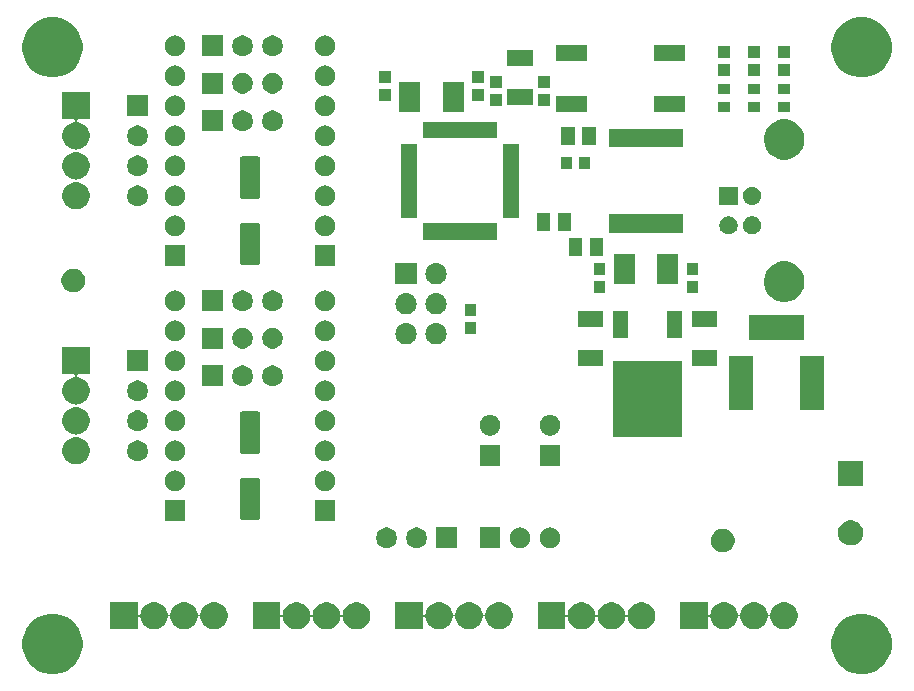
<source format=gbr>
G04 #@! TF.GenerationSoftware,KiCad,Pcbnew,5.1.2-1.fc30*
G04 #@! TF.CreationDate,2019-09-11T07:26:08-04:00*
G04 #@! TF.ProjectId,Platypus,506c6174-7970-4757-932e-6b696361645f,rev?*
G04 #@! TF.SameCoordinates,Original*
G04 #@! TF.FileFunction,Soldermask,Top*
G04 #@! TF.FilePolarity,Negative*
%FSLAX46Y46*%
G04 Gerber Fmt 4.6, Leading zero omitted, Abs format (unit mm)*
G04 Created by KiCad (PCBNEW 5.1.2-1.fc30) date 2019-09-11 07:26:08*
%MOMM*%
%LPD*%
G04 APERTURE LIST*
%ADD10C,0.100000*%
G04 APERTURE END LIST*
D10*
G36*
X217494098Y-79297033D02*
G01*
X217956013Y-79488364D01*
X217958352Y-79489333D01*
X218376168Y-79768509D01*
X218731491Y-80123832D01*
X218970656Y-80481768D01*
X219010668Y-80541650D01*
X219202967Y-81005902D01*
X219301000Y-81498747D01*
X219301000Y-82001253D01*
X219202967Y-82494098D01*
X219010668Y-82958350D01*
X219010667Y-82958352D01*
X218731491Y-83376168D01*
X218376168Y-83731491D01*
X217958352Y-84010667D01*
X217958351Y-84010668D01*
X217958350Y-84010668D01*
X217494098Y-84202967D01*
X217001253Y-84301000D01*
X216498747Y-84301000D01*
X216005902Y-84202967D01*
X215541650Y-84010668D01*
X215541649Y-84010668D01*
X215541648Y-84010667D01*
X215123832Y-83731491D01*
X214768509Y-83376168D01*
X214489333Y-82958352D01*
X214489332Y-82958350D01*
X214297033Y-82494098D01*
X214199000Y-82001253D01*
X214199000Y-81498747D01*
X214297033Y-81005902D01*
X214489332Y-80541650D01*
X214529344Y-80481768D01*
X214768509Y-80123832D01*
X215123832Y-79768509D01*
X215541648Y-79489333D01*
X215543987Y-79488364D01*
X216005902Y-79297033D01*
X216498747Y-79199000D01*
X217001253Y-79199000D01*
X217494098Y-79297033D01*
X217494098Y-79297033D01*
G37*
G36*
X148994098Y-79297033D02*
G01*
X149456013Y-79488364D01*
X149458352Y-79489333D01*
X149876168Y-79768509D01*
X150231491Y-80123832D01*
X150470656Y-80481768D01*
X150510668Y-80541650D01*
X150702967Y-81005902D01*
X150801000Y-81498747D01*
X150801000Y-82001253D01*
X150702967Y-82494098D01*
X150510668Y-82958350D01*
X150510667Y-82958352D01*
X150231491Y-83376168D01*
X149876168Y-83731491D01*
X149458352Y-84010667D01*
X149458351Y-84010668D01*
X149458350Y-84010668D01*
X148994098Y-84202967D01*
X148501253Y-84301000D01*
X147998747Y-84301000D01*
X147505902Y-84202967D01*
X147041650Y-84010668D01*
X147041649Y-84010668D01*
X147041648Y-84010667D01*
X146623832Y-83731491D01*
X146268509Y-83376168D01*
X145989333Y-82958352D01*
X145989332Y-82958350D01*
X145797033Y-82494098D01*
X145699000Y-82001253D01*
X145699000Y-81498747D01*
X145797033Y-81005902D01*
X145989332Y-80541650D01*
X146029344Y-80481768D01*
X146268509Y-80123832D01*
X146623832Y-79768509D01*
X147041648Y-79489333D01*
X147043987Y-79488364D01*
X147505902Y-79297033D01*
X147998747Y-79199000D01*
X148501253Y-79199000D01*
X148994098Y-79297033D01*
X148994098Y-79297033D01*
G37*
G36*
X167521000Y-79189007D02*
G01*
X167523402Y-79213393D01*
X167530515Y-79236842D01*
X167542066Y-79258453D01*
X167557611Y-79277395D01*
X167576553Y-79292940D01*
X167598164Y-79304491D01*
X167621613Y-79311604D01*
X167645999Y-79314006D01*
X167670385Y-79311604D01*
X167693834Y-79304491D01*
X167715445Y-79292940D01*
X167734387Y-79277395D01*
X167749932Y-79258453D01*
X167761483Y-79236842D01*
X167768596Y-79213393D01*
X167803232Y-79039267D01*
X167889996Y-78829799D01*
X167889997Y-78829797D01*
X168015960Y-78641280D01*
X168176280Y-78480960D01*
X168364797Y-78354997D01*
X168574266Y-78268232D01*
X168685451Y-78246116D01*
X168796635Y-78224000D01*
X169023365Y-78224000D01*
X169134549Y-78246116D01*
X169245734Y-78268232D01*
X169455203Y-78354997D01*
X169643720Y-78480960D01*
X169804040Y-78641280D01*
X169930003Y-78829797D01*
X169930004Y-78829799D01*
X170016768Y-79039267D01*
X170057403Y-79243552D01*
X170064516Y-79267001D01*
X170076067Y-79288612D01*
X170091612Y-79307554D01*
X170110554Y-79323099D01*
X170132165Y-79334650D01*
X170155614Y-79341763D01*
X170180000Y-79344165D01*
X170204386Y-79341763D01*
X170227835Y-79334650D01*
X170249446Y-79323099D01*
X170268388Y-79307554D01*
X170283933Y-79288612D01*
X170295484Y-79267001D01*
X170302597Y-79243552D01*
X170343232Y-79039267D01*
X170429996Y-78829799D01*
X170429997Y-78829797D01*
X170555960Y-78641280D01*
X170716280Y-78480960D01*
X170904797Y-78354997D01*
X171114266Y-78268232D01*
X171225451Y-78246116D01*
X171336635Y-78224000D01*
X171563365Y-78224000D01*
X171674549Y-78246116D01*
X171785734Y-78268232D01*
X171995203Y-78354997D01*
X172183720Y-78480960D01*
X172344040Y-78641280D01*
X172470003Y-78829797D01*
X172470004Y-78829799D01*
X172556768Y-79039267D01*
X172597403Y-79243552D01*
X172604516Y-79267001D01*
X172616067Y-79288612D01*
X172631612Y-79307554D01*
X172650554Y-79323099D01*
X172672165Y-79334650D01*
X172695614Y-79341763D01*
X172720000Y-79344165D01*
X172744386Y-79341763D01*
X172767835Y-79334650D01*
X172789446Y-79323099D01*
X172808388Y-79307554D01*
X172823933Y-79288612D01*
X172835484Y-79267001D01*
X172842597Y-79243552D01*
X172883232Y-79039267D01*
X172969996Y-78829799D01*
X172969997Y-78829797D01*
X173095960Y-78641280D01*
X173256280Y-78480960D01*
X173444797Y-78354997D01*
X173654266Y-78268232D01*
X173765451Y-78246116D01*
X173876635Y-78224000D01*
X174103365Y-78224000D01*
X174214549Y-78246116D01*
X174325734Y-78268232D01*
X174535203Y-78354997D01*
X174723720Y-78480960D01*
X174884040Y-78641280D01*
X175010003Y-78829797D01*
X175010004Y-78829799D01*
X175096768Y-79039267D01*
X175141000Y-79261635D01*
X175141000Y-79488365D01*
X175140807Y-79489333D01*
X175096768Y-79710734D01*
X175010003Y-79920203D01*
X174884040Y-80108720D01*
X174723720Y-80269040D01*
X174535203Y-80395003D01*
X174325734Y-80481768D01*
X174214549Y-80503884D01*
X174103365Y-80526000D01*
X173876635Y-80526000D01*
X173765451Y-80503884D01*
X173654266Y-80481768D01*
X173444797Y-80395003D01*
X173256280Y-80269040D01*
X173095960Y-80108720D01*
X172969997Y-79920203D01*
X172883232Y-79710734D01*
X172842597Y-79506448D01*
X172835484Y-79482999D01*
X172823933Y-79461388D01*
X172808388Y-79442446D01*
X172789446Y-79426901D01*
X172767835Y-79415350D01*
X172744386Y-79408237D01*
X172720000Y-79405835D01*
X172695614Y-79408237D01*
X172672165Y-79415350D01*
X172650554Y-79426901D01*
X172631612Y-79442446D01*
X172616067Y-79461388D01*
X172604516Y-79482999D01*
X172597403Y-79506448D01*
X172556768Y-79710734D01*
X172470003Y-79920203D01*
X172344040Y-80108720D01*
X172183720Y-80269040D01*
X171995203Y-80395003D01*
X171785734Y-80481768D01*
X171674549Y-80503884D01*
X171563365Y-80526000D01*
X171336635Y-80526000D01*
X171225451Y-80503884D01*
X171114266Y-80481768D01*
X170904797Y-80395003D01*
X170716280Y-80269040D01*
X170555960Y-80108720D01*
X170429997Y-79920203D01*
X170343232Y-79710734D01*
X170302597Y-79506448D01*
X170295484Y-79482999D01*
X170283933Y-79461388D01*
X170268388Y-79442446D01*
X170249446Y-79426901D01*
X170227835Y-79415350D01*
X170204386Y-79408237D01*
X170180000Y-79405835D01*
X170155614Y-79408237D01*
X170132165Y-79415350D01*
X170110554Y-79426901D01*
X170091612Y-79442446D01*
X170076067Y-79461388D01*
X170064516Y-79482999D01*
X170057403Y-79506448D01*
X170016768Y-79710734D01*
X169930003Y-79920203D01*
X169804040Y-80108720D01*
X169643720Y-80269040D01*
X169455203Y-80395003D01*
X169245734Y-80481768D01*
X169134549Y-80503884D01*
X169023365Y-80526000D01*
X168796635Y-80526000D01*
X168685451Y-80503884D01*
X168574266Y-80481768D01*
X168364797Y-80395003D01*
X168176280Y-80269040D01*
X168015960Y-80108720D01*
X167889997Y-79920203D01*
X167803232Y-79710734D01*
X167768596Y-79536607D01*
X167761483Y-79513158D01*
X167749932Y-79491547D01*
X167734387Y-79472605D01*
X167715445Y-79457060D01*
X167693834Y-79445509D01*
X167670385Y-79438396D01*
X167645999Y-79435994D01*
X167621613Y-79438396D01*
X167598164Y-79445509D01*
X167576553Y-79457060D01*
X167557611Y-79472605D01*
X167542066Y-79491547D01*
X167530515Y-79513158D01*
X167523402Y-79536607D01*
X167521000Y-79560993D01*
X167521000Y-80526000D01*
X165219000Y-80526000D01*
X165219000Y-78224000D01*
X167521000Y-78224000D01*
X167521000Y-79189007D01*
X167521000Y-79189007D01*
G37*
G36*
X179586000Y-79189007D02*
G01*
X179588402Y-79213393D01*
X179595515Y-79236842D01*
X179607066Y-79258453D01*
X179622611Y-79277395D01*
X179641553Y-79292940D01*
X179663164Y-79304491D01*
X179686613Y-79311604D01*
X179710999Y-79314006D01*
X179735385Y-79311604D01*
X179758834Y-79304491D01*
X179780445Y-79292940D01*
X179799387Y-79277395D01*
X179814932Y-79258453D01*
X179826483Y-79236842D01*
X179833596Y-79213393D01*
X179868232Y-79039267D01*
X179954996Y-78829799D01*
X179954997Y-78829797D01*
X180080960Y-78641280D01*
X180241280Y-78480960D01*
X180429797Y-78354997D01*
X180639266Y-78268232D01*
X180750451Y-78246116D01*
X180861635Y-78224000D01*
X181088365Y-78224000D01*
X181199549Y-78246116D01*
X181310734Y-78268232D01*
X181520203Y-78354997D01*
X181708720Y-78480960D01*
X181869040Y-78641280D01*
X181995003Y-78829797D01*
X181995004Y-78829799D01*
X182081768Y-79039267D01*
X182122403Y-79243552D01*
X182129516Y-79267001D01*
X182141067Y-79288612D01*
X182156612Y-79307554D01*
X182175554Y-79323099D01*
X182197165Y-79334650D01*
X182220614Y-79341763D01*
X182245000Y-79344165D01*
X182269386Y-79341763D01*
X182292835Y-79334650D01*
X182314446Y-79323099D01*
X182333388Y-79307554D01*
X182348933Y-79288612D01*
X182360484Y-79267001D01*
X182367597Y-79243552D01*
X182408232Y-79039267D01*
X182494996Y-78829799D01*
X182494997Y-78829797D01*
X182620960Y-78641280D01*
X182781280Y-78480960D01*
X182969797Y-78354997D01*
X183179266Y-78268232D01*
X183290451Y-78246116D01*
X183401635Y-78224000D01*
X183628365Y-78224000D01*
X183739549Y-78246116D01*
X183850734Y-78268232D01*
X184060203Y-78354997D01*
X184248720Y-78480960D01*
X184409040Y-78641280D01*
X184535003Y-78829797D01*
X184535004Y-78829799D01*
X184621768Y-79039267D01*
X184662403Y-79243552D01*
X184669516Y-79267001D01*
X184681067Y-79288612D01*
X184696612Y-79307554D01*
X184715554Y-79323099D01*
X184737165Y-79334650D01*
X184760614Y-79341763D01*
X184785000Y-79344165D01*
X184809386Y-79341763D01*
X184832835Y-79334650D01*
X184854446Y-79323099D01*
X184873388Y-79307554D01*
X184888933Y-79288612D01*
X184900484Y-79267001D01*
X184907597Y-79243552D01*
X184948232Y-79039267D01*
X185034996Y-78829799D01*
X185034997Y-78829797D01*
X185160960Y-78641280D01*
X185321280Y-78480960D01*
X185509797Y-78354997D01*
X185719266Y-78268232D01*
X185830451Y-78246116D01*
X185941635Y-78224000D01*
X186168365Y-78224000D01*
X186279549Y-78246116D01*
X186390734Y-78268232D01*
X186600203Y-78354997D01*
X186788720Y-78480960D01*
X186949040Y-78641280D01*
X187075003Y-78829797D01*
X187075004Y-78829799D01*
X187161768Y-79039267D01*
X187206000Y-79261635D01*
X187206000Y-79488365D01*
X187205807Y-79489333D01*
X187161768Y-79710734D01*
X187075003Y-79920203D01*
X186949040Y-80108720D01*
X186788720Y-80269040D01*
X186600203Y-80395003D01*
X186390734Y-80481768D01*
X186279549Y-80503884D01*
X186168365Y-80526000D01*
X185941635Y-80526000D01*
X185830451Y-80503884D01*
X185719266Y-80481768D01*
X185509797Y-80395003D01*
X185321280Y-80269040D01*
X185160960Y-80108720D01*
X185034997Y-79920203D01*
X184948232Y-79710734D01*
X184907597Y-79506448D01*
X184900484Y-79482999D01*
X184888933Y-79461388D01*
X184873388Y-79442446D01*
X184854446Y-79426901D01*
X184832835Y-79415350D01*
X184809386Y-79408237D01*
X184785000Y-79405835D01*
X184760614Y-79408237D01*
X184737165Y-79415350D01*
X184715554Y-79426901D01*
X184696612Y-79442446D01*
X184681067Y-79461388D01*
X184669516Y-79482999D01*
X184662403Y-79506448D01*
X184621768Y-79710734D01*
X184535003Y-79920203D01*
X184409040Y-80108720D01*
X184248720Y-80269040D01*
X184060203Y-80395003D01*
X183850734Y-80481768D01*
X183739549Y-80503884D01*
X183628365Y-80526000D01*
X183401635Y-80526000D01*
X183290451Y-80503884D01*
X183179266Y-80481768D01*
X182969797Y-80395003D01*
X182781280Y-80269040D01*
X182620960Y-80108720D01*
X182494997Y-79920203D01*
X182408232Y-79710734D01*
X182367597Y-79506448D01*
X182360484Y-79482999D01*
X182348933Y-79461388D01*
X182333388Y-79442446D01*
X182314446Y-79426901D01*
X182292835Y-79415350D01*
X182269386Y-79408237D01*
X182245000Y-79405835D01*
X182220614Y-79408237D01*
X182197165Y-79415350D01*
X182175554Y-79426901D01*
X182156612Y-79442446D01*
X182141067Y-79461388D01*
X182129516Y-79482999D01*
X182122403Y-79506448D01*
X182081768Y-79710734D01*
X181995003Y-79920203D01*
X181869040Y-80108720D01*
X181708720Y-80269040D01*
X181520203Y-80395003D01*
X181310734Y-80481768D01*
X181199549Y-80503884D01*
X181088365Y-80526000D01*
X180861635Y-80526000D01*
X180750451Y-80503884D01*
X180639266Y-80481768D01*
X180429797Y-80395003D01*
X180241280Y-80269040D01*
X180080960Y-80108720D01*
X179954997Y-79920203D01*
X179868232Y-79710734D01*
X179833596Y-79536607D01*
X179826483Y-79513158D01*
X179814932Y-79491547D01*
X179799387Y-79472605D01*
X179780445Y-79457060D01*
X179758834Y-79445509D01*
X179735385Y-79438396D01*
X179710999Y-79435994D01*
X179686613Y-79438396D01*
X179663164Y-79445509D01*
X179641553Y-79457060D01*
X179622611Y-79472605D01*
X179607066Y-79491547D01*
X179595515Y-79513158D01*
X179588402Y-79536607D01*
X179586000Y-79560993D01*
X179586000Y-80526000D01*
X177284000Y-80526000D01*
X177284000Y-78224000D01*
X179586000Y-78224000D01*
X179586000Y-79189007D01*
X179586000Y-79189007D01*
G37*
G36*
X191651000Y-79189007D02*
G01*
X191653402Y-79213393D01*
X191660515Y-79236842D01*
X191672066Y-79258453D01*
X191687611Y-79277395D01*
X191706553Y-79292940D01*
X191728164Y-79304491D01*
X191751613Y-79311604D01*
X191775999Y-79314006D01*
X191800385Y-79311604D01*
X191823834Y-79304491D01*
X191845445Y-79292940D01*
X191864387Y-79277395D01*
X191879932Y-79258453D01*
X191891483Y-79236842D01*
X191898596Y-79213393D01*
X191933232Y-79039267D01*
X192019996Y-78829799D01*
X192019997Y-78829797D01*
X192145960Y-78641280D01*
X192306280Y-78480960D01*
X192494797Y-78354997D01*
X192704266Y-78268232D01*
X192815451Y-78246116D01*
X192926635Y-78224000D01*
X193153365Y-78224000D01*
X193264549Y-78246116D01*
X193375734Y-78268232D01*
X193585203Y-78354997D01*
X193773720Y-78480960D01*
X193934040Y-78641280D01*
X194060003Y-78829797D01*
X194060004Y-78829799D01*
X194146768Y-79039267D01*
X194187403Y-79243552D01*
X194194516Y-79267001D01*
X194206067Y-79288612D01*
X194221612Y-79307554D01*
X194240554Y-79323099D01*
X194262165Y-79334650D01*
X194285614Y-79341763D01*
X194310000Y-79344165D01*
X194334386Y-79341763D01*
X194357835Y-79334650D01*
X194379446Y-79323099D01*
X194398388Y-79307554D01*
X194413933Y-79288612D01*
X194425484Y-79267001D01*
X194432597Y-79243552D01*
X194473232Y-79039267D01*
X194559996Y-78829799D01*
X194559997Y-78829797D01*
X194685960Y-78641280D01*
X194846280Y-78480960D01*
X195034797Y-78354997D01*
X195244266Y-78268232D01*
X195355451Y-78246116D01*
X195466635Y-78224000D01*
X195693365Y-78224000D01*
X195804549Y-78246116D01*
X195915734Y-78268232D01*
X196125203Y-78354997D01*
X196313720Y-78480960D01*
X196474040Y-78641280D01*
X196600003Y-78829797D01*
X196600004Y-78829799D01*
X196686768Y-79039267D01*
X196727403Y-79243552D01*
X196734516Y-79267001D01*
X196746067Y-79288612D01*
X196761612Y-79307554D01*
X196780554Y-79323099D01*
X196802165Y-79334650D01*
X196825614Y-79341763D01*
X196850000Y-79344165D01*
X196874386Y-79341763D01*
X196897835Y-79334650D01*
X196919446Y-79323099D01*
X196938388Y-79307554D01*
X196953933Y-79288612D01*
X196965484Y-79267001D01*
X196972597Y-79243552D01*
X197013232Y-79039267D01*
X197099996Y-78829799D01*
X197099997Y-78829797D01*
X197225960Y-78641280D01*
X197386280Y-78480960D01*
X197574797Y-78354997D01*
X197784266Y-78268232D01*
X197895451Y-78246116D01*
X198006635Y-78224000D01*
X198233365Y-78224000D01*
X198344549Y-78246116D01*
X198455734Y-78268232D01*
X198665203Y-78354997D01*
X198853720Y-78480960D01*
X199014040Y-78641280D01*
X199140003Y-78829797D01*
X199140004Y-78829799D01*
X199226768Y-79039267D01*
X199271000Y-79261635D01*
X199271000Y-79488365D01*
X199270807Y-79489333D01*
X199226768Y-79710734D01*
X199140003Y-79920203D01*
X199014040Y-80108720D01*
X198853720Y-80269040D01*
X198665203Y-80395003D01*
X198455734Y-80481768D01*
X198344549Y-80503884D01*
X198233365Y-80526000D01*
X198006635Y-80526000D01*
X197895451Y-80503884D01*
X197784266Y-80481768D01*
X197574797Y-80395003D01*
X197386280Y-80269040D01*
X197225960Y-80108720D01*
X197099997Y-79920203D01*
X197013232Y-79710734D01*
X196972597Y-79506448D01*
X196965484Y-79482999D01*
X196953933Y-79461388D01*
X196938388Y-79442446D01*
X196919446Y-79426901D01*
X196897835Y-79415350D01*
X196874386Y-79408237D01*
X196850000Y-79405835D01*
X196825614Y-79408237D01*
X196802165Y-79415350D01*
X196780554Y-79426901D01*
X196761612Y-79442446D01*
X196746067Y-79461388D01*
X196734516Y-79482999D01*
X196727403Y-79506448D01*
X196686768Y-79710734D01*
X196600003Y-79920203D01*
X196474040Y-80108720D01*
X196313720Y-80269040D01*
X196125203Y-80395003D01*
X195915734Y-80481768D01*
X195804549Y-80503884D01*
X195693365Y-80526000D01*
X195466635Y-80526000D01*
X195355451Y-80503884D01*
X195244266Y-80481768D01*
X195034797Y-80395003D01*
X194846280Y-80269040D01*
X194685960Y-80108720D01*
X194559997Y-79920203D01*
X194473232Y-79710734D01*
X194432597Y-79506448D01*
X194425484Y-79482999D01*
X194413933Y-79461388D01*
X194398388Y-79442446D01*
X194379446Y-79426901D01*
X194357835Y-79415350D01*
X194334386Y-79408237D01*
X194310000Y-79405835D01*
X194285614Y-79408237D01*
X194262165Y-79415350D01*
X194240554Y-79426901D01*
X194221612Y-79442446D01*
X194206067Y-79461388D01*
X194194516Y-79482999D01*
X194187403Y-79506448D01*
X194146768Y-79710734D01*
X194060003Y-79920203D01*
X193934040Y-80108720D01*
X193773720Y-80269040D01*
X193585203Y-80395003D01*
X193375734Y-80481768D01*
X193264549Y-80503884D01*
X193153365Y-80526000D01*
X192926635Y-80526000D01*
X192815451Y-80503884D01*
X192704266Y-80481768D01*
X192494797Y-80395003D01*
X192306280Y-80269040D01*
X192145960Y-80108720D01*
X192019997Y-79920203D01*
X191933232Y-79710734D01*
X191898596Y-79536607D01*
X191891483Y-79513158D01*
X191879932Y-79491547D01*
X191864387Y-79472605D01*
X191845445Y-79457060D01*
X191823834Y-79445509D01*
X191800385Y-79438396D01*
X191775999Y-79435994D01*
X191751613Y-79438396D01*
X191728164Y-79445509D01*
X191706553Y-79457060D01*
X191687611Y-79472605D01*
X191672066Y-79491547D01*
X191660515Y-79513158D01*
X191653402Y-79536607D01*
X191651000Y-79560993D01*
X191651000Y-80526000D01*
X189349000Y-80526000D01*
X189349000Y-78224000D01*
X191651000Y-78224000D01*
X191651000Y-79189007D01*
X191651000Y-79189007D01*
G37*
G36*
X203716000Y-79189007D02*
G01*
X203718402Y-79213393D01*
X203725515Y-79236842D01*
X203737066Y-79258453D01*
X203752611Y-79277395D01*
X203771553Y-79292940D01*
X203793164Y-79304491D01*
X203816613Y-79311604D01*
X203840999Y-79314006D01*
X203865385Y-79311604D01*
X203888834Y-79304491D01*
X203910445Y-79292940D01*
X203929387Y-79277395D01*
X203944932Y-79258453D01*
X203956483Y-79236842D01*
X203963596Y-79213393D01*
X203998232Y-79039267D01*
X204084996Y-78829799D01*
X204084997Y-78829797D01*
X204210960Y-78641280D01*
X204371280Y-78480960D01*
X204559797Y-78354997D01*
X204769266Y-78268232D01*
X204880451Y-78246116D01*
X204991635Y-78224000D01*
X205218365Y-78224000D01*
X205329549Y-78246116D01*
X205440734Y-78268232D01*
X205650203Y-78354997D01*
X205838720Y-78480960D01*
X205999040Y-78641280D01*
X206125003Y-78829797D01*
X206125004Y-78829799D01*
X206211768Y-79039267D01*
X206252403Y-79243552D01*
X206259516Y-79267001D01*
X206271067Y-79288612D01*
X206286612Y-79307554D01*
X206305554Y-79323099D01*
X206327165Y-79334650D01*
X206350614Y-79341763D01*
X206375000Y-79344165D01*
X206399386Y-79341763D01*
X206422835Y-79334650D01*
X206444446Y-79323099D01*
X206463388Y-79307554D01*
X206478933Y-79288612D01*
X206490484Y-79267001D01*
X206497597Y-79243552D01*
X206538232Y-79039267D01*
X206624996Y-78829799D01*
X206624997Y-78829797D01*
X206750960Y-78641280D01*
X206911280Y-78480960D01*
X207099797Y-78354997D01*
X207309266Y-78268232D01*
X207420451Y-78246116D01*
X207531635Y-78224000D01*
X207758365Y-78224000D01*
X207869549Y-78246116D01*
X207980734Y-78268232D01*
X208190203Y-78354997D01*
X208378720Y-78480960D01*
X208539040Y-78641280D01*
X208665003Y-78829797D01*
X208665004Y-78829799D01*
X208751768Y-79039267D01*
X208792403Y-79243552D01*
X208799516Y-79267001D01*
X208811067Y-79288612D01*
X208826612Y-79307554D01*
X208845554Y-79323099D01*
X208867165Y-79334650D01*
X208890614Y-79341763D01*
X208915000Y-79344165D01*
X208939386Y-79341763D01*
X208962835Y-79334650D01*
X208984446Y-79323099D01*
X209003388Y-79307554D01*
X209018933Y-79288612D01*
X209030484Y-79267001D01*
X209037597Y-79243552D01*
X209078232Y-79039267D01*
X209164996Y-78829799D01*
X209164997Y-78829797D01*
X209290960Y-78641280D01*
X209451280Y-78480960D01*
X209639797Y-78354997D01*
X209849266Y-78268232D01*
X209960451Y-78246116D01*
X210071635Y-78224000D01*
X210298365Y-78224000D01*
X210409549Y-78246116D01*
X210520734Y-78268232D01*
X210730203Y-78354997D01*
X210918720Y-78480960D01*
X211079040Y-78641280D01*
X211205003Y-78829797D01*
X211205004Y-78829799D01*
X211291768Y-79039267D01*
X211336000Y-79261635D01*
X211336000Y-79488365D01*
X211335807Y-79489333D01*
X211291768Y-79710734D01*
X211205003Y-79920203D01*
X211079040Y-80108720D01*
X210918720Y-80269040D01*
X210730203Y-80395003D01*
X210520734Y-80481768D01*
X210409549Y-80503884D01*
X210298365Y-80526000D01*
X210071635Y-80526000D01*
X209960451Y-80503884D01*
X209849266Y-80481768D01*
X209639797Y-80395003D01*
X209451280Y-80269040D01*
X209290960Y-80108720D01*
X209164997Y-79920203D01*
X209078232Y-79710734D01*
X209037597Y-79506448D01*
X209030484Y-79482999D01*
X209018933Y-79461388D01*
X209003388Y-79442446D01*
X208984446Y-79426901D01*
X208962835Y-79415350D01*
X208939386Y-79408237D01*
X208915000Y-79405835D01*
X208890614Y-79408237D01*
X208867165Y-79415350D01*
X208845554Y-79426901D01*
X208826612Y-79442446D01*
X208811067Y-79461388D01*
X208799516Y-79482999D01*
X208792403Y-79506448D01*
X208751768Y-79710734D01*
X208665003Y-79920203D01*
X208539040Y-80108720D01*
X208378720Y-80269040D01*
X208190203Y-80395003D01*
X207980734Y-80481768D01*
X207869549Y-80503884D01*
X207758365Y-80526000D01*
X207531635Y-80526000D01*
X207420451Y-80503884D01*
X207309266Y-80481768D01*
X207099797Y-80395003D01*
X206911280Y-80269040D01*
X206750960Y-80108720D01*
X206624997Y-79920203D01*
X206538232Y-79710734D01*
X206497597Y-79506448D01*
X206490484Y-79482999D01*
X206478933Y-79461388D01*
X206463388Y-79442446D01*
X206444446Y-79426901D01*
X206422835Y-79415350D01*
X206399386Y-79408237D01*
X206375000Y-79405835D01*
X206350614Y-79408237D01*
X206327165Y-79415350D01*
X206305554Y-79426901D01*
X206286612Y-79442446D01*
X206271067Y-79461388D01*
X206259516Y-79482999D01*
X206252403Y-79506448D01*
X206211768Y-79710734D01*
X206125003Y-79920203D01*
X205999040Y-80108720D01*
X205838720Y-80269040D01*
X205650203Y-80395003D01*
X205440734Y-80481768D01*
X205329549Y-80503884D01*
X205218365Y-80526000D01*
X204991635Y-80526000D01*
X204880451Y-80503884D01*
X204769266Y-80481768D01*
X204559797Y-80395003D01*
X204371280Y-80269040D01*
X204210960Y-80108720D01*
X204084997Y-79920203D01*
X203998232Y-79710734D01*
X203963596Y-79536607D01*
X203956483Y-79513158D01*
X203944932Y-79491547D01*
X203929387Y-79472605D01*
X203910445Y-79457060D01*
X203888834Y-79445509D01*
X203865385Y-79438396D01*
X203840999Y-79435994D01*
X203816613Y-79438396D01*
X203793164Y-79445509D01*
X203771553Y-79457060D01*
X203752611Y-79472605D01*
X203737066Y-79491547D01*
X203725515Y-79513158D01*
X203718402Y-79536607D01*
X203716000Y-79560993D01*
X203716000Y-80526000D01*
X201414000Y-80526000D01*
X201414000Y-78224000D01*
X203716000Y-78224000D01*
X203716000Y-79189007D01*
X203716000Y-79189007D01*
G37*
G36*
X155456000Y-79189007D02*
G01*
X155458402Y-79213393D01*
X155465515Y-79236842D01*
X155477066Y-79258453D01*
X155492611Y-79277395D01*
X155511553Y-79292940D01*
X155533164Y-79304491D01*
X155556613Y-79311604D01*
X155580999Y-79314006D01*
X155605385Y-79311604D01*
X155628834Y-79304491D01*
X155650445Y-79292940D01*
X155669387Y-79277395D01*
X155684932Y-79258453D01*
X155696483Y-79236842D01*
X155703596Y-79213393D01*
X155738232Y-79039267D01*
X155824996Y-78829799D01*
X155824997Y-78829797D01*
X155950960Y-78641280D01*
X156111280Y-78480960D01*
X156299797Y-78354997D01*
X156509266Y-78268232D01*
X156620451Y-78246116D01*
X156731635Y-78224000D01*
X156958365Y-78224000D01*
X157069549Y-78246116D01*
X157180734Y-78268232D01*
X157390203Y-78354997D01*
X157578720Y-78480960D01*
X157739040Y-78641280D01*
X157865003Y-78829797D01*
X157865004Y-78829799D01*
X157951768Y-79039267D01*
X157992403Y-79243552D01*
X157999516Y-79267001D01*
X158011067Y-79288612D01*
X158026612Y-79307554D01*
X158045554Y-79323099D01*
X158067165Y-79334650D01*
X158090614Y-79341763D01*
X158115000Y-79344165D01*
X158139386Y-79341763D01*
X158162835Y-79334650D01*
X158184446Y-79323099D01*
X158203388Y-79307554D01*
X158218933Y-79288612D01*
X158230484Y-79267001D01*
X158237597Y-79243552D01*
X158278232Y-79039267D01*
X158364996Y-78829799D01*
X158364997Y-78829797D01*
X158490960Y-78641280D01*
X158651280Y-78480960D01*
X158839797Y-78354997D01*
X159049266Y-78268232D01*
X159160451Y-78246116D01*
X159271635Y-78224000D01*
X159498365Y-78224000D01*
X159609549Y-78246116D01*
X159720734Y-78268232D01*
X159930203Y-78354997D01*
X160118720Y-78480960D01*
X160279040Y-78641280D01*
X160405003Y-78829797D01*
X160405004Y-78829799D01*
X160491768Y-79039267D01*
X160532403Y-79243552D01*
X160539516Y-79267001D01*
X160551067Y-79288612D01*
X160566612Y-79307554D01*
X160585554Y-79323099D01*
X160607165Y-79334650D01*
X160630614Y-79341763D01*
X160655000Y-79344165D01*
X160679386Y-79341763D01*
X160702835Y-79334650D01*
X160724446Y-79323099D01*
X160743388Y-79307554D01*
X160758933Y-79288612D01*
X160770484Y-79267001D01*
X160777597Y-79243552D01*
X160818232Y-79039267D01*
X160904996Y-78829799D01*
X160904997Y-78829797D01*
X161030960Y-78641280D01*
X161191280Y-78480960D01*
X161379797Y-78354997D01*
X161589266Y-78268232D01*
X161700451Y-78246116D01*
X161811635Y-78224000D01*
X162038365Y-78224000D01*
X162149549Y-78246116D01*
X162260734Y-78268232D01*
X162470203Y-78354997D01*
X162658720Y-78480960D01*
X162819040Y-78641280D01*
X162945003Y-78829797D01*
X162945004Y-78829799D01*
X163031768Y-79039267D01*
X163076000Y-79261635D01*
X163076000Y-79488365D01*
X163075807Y-79489333D01*
X163031768Y-79710734D01*
X162945003Y-79920203D01*
X162819040Y-80108720D01*
X162658720Y-80269040D01*
X162470203Y-80395003D01*
X162260734Y-80481768D01*
X162149549Y-80503884D01*
X162038365Y-80526000D01*
X161811635Y-80526000D01*
X161700451Y-80503884D01*
X161589266Y-80481768D01*
X161379797Y-80395003D01*
X161191280Y-80269040D01*
X161030960Y-80108720D01*
X160904997Y-79920203D01*
X160818232Y-79710734D01*
X160777597Y-79506448D01*
X160770484Y-79482999D01*
X160758933Y-79461388D01*
X160743388Y-79442446D01*
X160724446Y-79426901D01*
X160702835Y-79415350D01*
X160679386Y-79408237D01*
X160655000Y-79405835D01*
X160630614Y-79408237D01*
X160607165Y-79415350D01*
X160585554Y-79426901D01*
X160566612Y-79442446D01*
X160551067Y-79461388D01*
X160539516Y-79482999D01*
X160532403Y-79506448D01*
X160491768Y-79710734D01*
X160405003Y-79920203D01*
X160279040Y-80108720D01*
X160118720Y-80269040D01*
X159930203Y-80395003D01*
X159720734Y-80481768D01*
X159609549Y-80503884D01*
X159498365Y-80526000D01*
X159271635Y-80526000D01*
X159160451Y-80503884D01*
X159049266Y-80481768D01*
X158839797Y-80395003D01*
X158651280Y-80269040D01*
X158490960Y-80108720D01*
X158364997Y-79920203D01*
X158278232Y-79710734D01*
X158237597Y-79506448D01*
X158230484Y-79482999D01*
X158218933Y-79461388D01*
X158203388Y-79442446D01*
X158184446Y-79426901D01*
X158162835Y-79415350D01*
X158139386Y-79408237D01*
X158115000Y-79405835D01*
X158090614Y-79408237D01*
X158067165Y-79415350D01*
X158045554Y-79426901D01*
X158026612Y-79442446D01*
X158011067Y-79461388D01*
X157999516Y-79482999D01*
X157992403Y-79506448D01*
X157951768Y-79710734D01*
X157865003Y-79920203D01*
X157739040Y-80108720D01*
X157578720Y-80269040D01*
X157390203Y-80395003D01*
X157180734Y-80481768D01*
X157069549Y-80503884D01*
X156958365Y-80526000D01*
X156731635Y-80526000D01*
X156620451Y-80503884D01*
X156509266Y-80481768D01*
X156299797Y-80395003D01*
X156111280Y-80269040D01*
X155950960Y-80108720D01*
X155824997Y-79920203D01*
X155738232Y-79710734D01*
X155703596Y-79536607D01*
X155696483Y-79513158D01*
X155684932Y-79491547D01*
X155669387Y-79472605D01*
X155650445Y-79457060D01*
X155628834Y-79445509D01*
X155605385Y-79438396D01*
X155580999Y-79435994D01*
X155556613Y-79438396D01*
X155533164Y-79445509D01*
X155511553Y-79457060D01*
X155492611Y-79472605D01*
X155477066Y-79491547D01*
X155465515Y-79513158D01*
X155458402Y-79536607D01*
X155456000Y-79560993D01*
X155456000Y-80526000D01*
X153154000Y-80526000D01*
X153154000Y-78224000D01*
X155456000Y-78224000D01*
X155456000Y-79189007D01*
X155456000Y-79189007D01*
G37*
G36*
X205227290Y-72025619D02*
G01*
X205291689Y-72038429D01*
X205473678Y-72113811D01*
X205637463Y-72223249D01*
X205776751Y-72362537D01*
X205886189Y-72526322D01*
X205942070Y-72661232D01*
X205961571Y-72708312D01*
X206000000Y-72901507D01*
X206000000Y-73098493D01*
X205982558Y-73186178D01*
X205961571Y-73291689D01*
X205886189Y-73473678D01*
X205776751Y-73637463D01*
X205637463Y-73776751D01*
X205473678Y-73886189D01*
X205291689Y-73961571D01*
X205227290Y-73974381D01*
X205098493Y-74000000D01*
X204901507Y-74000000D01*
X204772710Y-73974381D01*
X204708311Y-73961571D01*
X204526322Y-73886189D01*
X204362537Y-73776751D01*
X204223249Y-73637463D01*
X204113811Y-73473678D01*
X204038429Y-73291689D01*
X204017442Y-73186178D01*
X204000000Y-73098493D01*
X204000000Y-72901507D01*
X204038429Y-72708312D01*
X204057930Y-72661232D01*
X204113811Y-72526322D01*
X204223249Y-72362537D01*
X204362537Y-72223249D01*
X204526322Y-72113811D01*
X204708311Y-72038429D01*
X204772710Y-72025619D01*
X204901507Y-72000000D01*
X205098493Y-72000000D01*
X205227290Y-72025619D01*
X205227290Y-72025619D01*
G37*
G36*
X190543997Y-71911342D02*
G01*
X190628666Y-71928183D01*
X190694738Y-71955551D01*
X190788177Y-71994255D01*
X190931736Y-72090178D01*
X191053822Y-72212264D01*
X191149745Y-72355823D01*
X191188449Y-72449262D01*
X191215817Y-72515334D01*
X191249500Y-72684672D01*
X191249500Y-72857328D01*
X191215817Y-73026666D01*
X191214364Y-73030173D01*
X191149745Y-73186177D01*
X191053822Y-73329736D01*
X190931736Y-73451822D01*
X190788177Y-73547745D01*
X190694738Y-73586449D01*
X190628666Y-73613817D01*
X190543997Y-73630658D01*
X190459329Y-73647500D01*
X190286671Y-73647500D01*
X190202003Y-73630659D01*
X190117334Y-73613817D01*
X190051262Y-73586449D01*
X189957823Y-73547745D01*
X189814264Y-73451822D01*
X189692178Y-73329736D01*
X189596255Y-73186177D01*
X189531636Y-73030173D01*
X189530183Y-73026666D01*
X189496500Y-72857328D01*
X189496500Y-72684672D01*
X189530183Y-72515334D01*
X189557551Y-72449262D01*
X189596255Y-72355823D01*
X189692178Y-72212264D01*
X189814264Y-72090178D01*
X189957823Y-71994255D01*
X190051262Y-71955551D01*
X190117334Y-71928183D01*
X190202003Y-71911342D01*
X190286671Y-71894500D01*
X190459329Y-71894500D01*
X190543997Y-71911342D01*
X190543997Y-71911342D01*
G37*
G36*
X176700997Y-71911342D02*
G01*
X176785666Y-71928183D01*
X176851738Y-71955551D01*
X176945177Y-71994255D01*
X177088736Y-72090178D01*
X177210822Y-72212264D01*
X177306745Y-72355823D01*
X177345449Y-72449262D01*
X177372817Y-72515334D01*
X177406500Y-72684672D01*
X177406500Y-72857328D01*
X177372817Y-73026666D01*
X177371364Y-73030173D01*
X177306745Y-73186177D01*
X177210822Y-73329736D01*
X177088736Y-73451822D01*
X176945177Y-73547745D01*
X176851738Y-73586449D01*
X176785666Y-73613817D01*
X176700997Y-73630658D01*
X176616329Y-73647500D01*
X176443671Y-73647500D01*
X176359003Y-73630659D01*
X176274334Y-73613817D01*
X176208262Y-73586449D01*
X176114823Y-73547745D01*
X175971264Y-73451822D01*
X175849178Y-73329736D01*
X175753255Y-73186177D01*
X175688636Y-73030173D01*
X175687183Y-73026666D01*
X175653500Y-72857328D01*
X175653500Y-72684672D01*
X175687183Y-72515334D01*
X175714551Y-72449262D01*
X175753255Y-72355823D01*
X175849178Y-72212264D01*
X175971264Y-72090178D01*
X176114823Y-71994255D01*
X176208262Y-71955551D01*
X176274334Y-71928183D01*
X176359003Y-71911342D01*
X176443671Y-71894500D01*
X176616329Y-71894500D01*
X176700997Y-71911342D01*
X176700997Y-71911342D01*
G37*
G36*
X179240997Y-71911342D02*
G01*
X179325666Y-71928183D01*
X179391738Y-71955551D01*
X179485177Y-71994255D01*
X179628736Y-72090178D01*
X179750822Y-72212264D01*
X179846745Y-72355823D01*
X179885449Y-72449262D01*
X179912817Y-72515334D01*
X179946500Y-72684672D01*
X179946500Y-72857328D01*
X179912817Y-73026666D01*
X179911364Y-73030173D01*
X179846745Y-73186177D01*
X179750822Y-73329736D01*
X179628736Y-73451822D01*
X179485177Y-73547745D01*
X179391738Y-73586449D01*
X179325666Y-73613817D01*
X179240997Y-73630658D01*
X179156329Y-73647500D01*
X178983671Y-73647500D01*
X178899003Y-73630659D01*
X178814334Y-73613817D01*
X178748262Y-73586449D01*
X178654823Y-73547745D01*
X178511264Y-73451822D01*
X178389178Y-73329736D01*
X178293255Y-73186177D01*
X178228636Y-73030173D01*
X178227183Y-73026666D01*
X178193500Y-72857328D01*
X178193500Y-72684672D01*
X178227183Y-72515334D01*
X178254551Y-72449262D01*
X178293255Y-72355823D01*
X178389178Y-72212264D01*
X178511264Y-72090178D01*
X178654823Y-71994255D01*
X178748262Y-71955551D01*
X178814334Y-71928183D01*
X178899003Y-71911342D01*
X178983671Y-71894500D01*
X179156329Y-71894500D01*
X179240997Y-71911342D01*
X179240997Y-71911342D01*
G37*
G36*
X182486500Y-73647500D02*
G01*
X180733500Y-73647500D01*
X180733500Y-71894500D01*
X182486500Y-71894500D01*
X182486500Y-73647500D01*
X182486500Y-73647500D01*
G37*
G36*
X186169500Y-73647500D02*
G01*
X184416500Y-73647500D01*
X184416500Y-71894500D01*
X186169500Y-71894500D01*
X186169500Y-73647500D01*
X186169500Y-73647500D01*
G37*
G36*
X188003997Y-71911342D02*
G01*
X188088666Y-71928183D01*
X188154738Y-71955551D01*
X188248177Y-71994255D01*
X188391736Y-72090178D01*
X188513822Y-72212264D01*
X188609745Y-72355823D01*
X188648449Y-72449262D01*
X188675817Y-72515334D01*
X188709500Y-72684672D01*
X188709500Y-72857328D01*
X188675817Y-73026666D01*
X188674364Y-73030173D01*
X188609745Y-73186177D01*
X188513822Y-73329736D01*
X188391736Y-73451822D01*
X188248177Y-73547745D01*
X188154738Y-73586449D01*
X188088666Y-73613817D01*
X188003997Y-73630658D01*
X187919329Y-73647500D01*
X187746671Y-73647500D01*
X187662003Y-73630659D01*
X187577334Y-73613817D01*
X187511262Y-73586449D01*
X187417823Y-73547745D01*
X187274264Y-73451822D01*
X187152178Y-73329736D01*
X187056255Y-73186177D01*
X186991636Y-73030173D01*
X186990183Y-73026666D01*
X186956500Y-72857328D01*
X186956500Y-72684672D01*
X186990183Y-72515334D01*
X187017551Y-72449262D01*
X187056255Y-72355823D01*
X187152178Y-72212264D01*
X187274264Y-72090178D01*
X187417823Y-71994255D01*
X187511262Y-71955551D01*
X187577334Y-71928183D01*
X187662003Y-71911342D01*
X187746671Y-71894500D01*
X187919329Y-71894500D01*
X188003997Y-71911342D01*
X188003997Y-71911342D01*
G37*
G36*
X216134231Y-71324003D02*
G01*
X216328412Y-71404436D01*
X216328414Y-71404437D01*
X216503173Y-71521207D01*
X216651793Y-71669827D01*
X216768563Y-71844586D01*
X216768564Y-71844588D01*
X216848997Y-72038769D01*
X216890000Y-72244908D01*
X216890000Y-72455092D01*
X216848997Y-72661231D01*
X216829495Y-72708312D01*
X216768563Y-72855414D01*
X216651793Y-73030173D01*
X216503173Y-73178793D01*
X216328414Y-73295563D01*
X216328413Y-73295564D01*
X216328412Y-73295564D01*
X216134231Y-73375997D01*
X215928092Y-73417000D01*
X215717908Y-73417000D01*
X215511769Y-73375997D01*
X215317588Y-73295564D01*
X215317587Y-73295564D01*
X215317586Y-73295563D01*
X215142827Y-73178793D01*
X214994207Y-73030173D01*
X214877437Y-72855414D01*
X214816505Y-72708312D01*
X214797003Y-72661231D01*
X214756000Y-72455092D01*
X214756000Y-72244908D01*
X214797003Y-72038769D01*
X214877436Y-71844588D01*
X214877437Y-71844586D01*
X214994207Y-71669827D01*
X215142827Y-71521207D01*
X215317586Y-71404437D01*
X215317588Y-71404436D01*
X215511769Y-71324003D01*
X215717908Y-71283000D01*
X215928092Y-71283000D01*
X216134231Y-71324003D01*
X216134231Y-71324003D01*
G37*
G36*
X172199500Y-71361500D02*
G01*
X170446500Y-71361500D01*
X170446500Y-69608500D01*
X172199500Y-69608500D01*
X172199500Y-71361500D01*
X172199500Y-71361500D01*
G37*
G36*
X159499500Y-71361500D02*
G01*
X157746500Y-71361500D01*
X157746500Y-69608500D01*
X159499500Y-69608500D01*
X159499500Y-71361500D01*
X159499500Y-71361500D01*
G37*
G36*
X165678997Y-67678051D02*
G01*
X165712652Y-67688261D01*
X165743665Y-67704838D01*
X165770851Y-67727149D01*
X165793162Y-67754335D01*
X165809739Y-67785348D01*
X165819949Y-67819003D01*
X165824000Y-67860138D01*
X165824000Y-71089862D01*
X165819949Y-71130997D01*
X165809739Y-71164652D01*
X165793162Y-71195665D01*
X165770851Y-71222851D01*
X165743665Y-71245162D01*
X165712652Y-71261739D01*
X165678997Y-71271949D01*
X165637862Y-71276000D01*
X164308138Y-71276000D01*
X164267003Y-71271949D01*
X164233348Y-71261739D01*
X164202335Y-71245162D01*
X164175149Y-71222851D01*
X164152838Y-71195665D01*
X164136261Y-71164652D01*
X164126051Y-71130997D01*
X164122000Y-71089862D01*
X164122000Y-67860138D01*
X164126051Y-67819003D01*
X164136261Y-67785348D01*
X164152838Y-67754335D01*
X164175149Y-67727149D01*
X164202335Y-67704838D01*
X164233348Y-67688261D01*
X164267003Y-67678051D01*
X164308138Y-67674000D01*
X165637862Y-67674000D01*
X165678997Y-67678051D01*
X165678997Y-67678051D01*
G37*
G36*
X158793997Y-67085341D02*
G01*
X158878666Y-67102183D01*
X158944738Y-67129551D01*
X159038177Y-67168255D01*
X159181736Y-67264178D01*
X159303822Y-67386264D01*
X159399745Y-67529823D01*
X159438449Y-67623262D01*
X159465373Y-67688261D01*
X159465817Y-67689335D01*
X159499500Y-67858671D01*
X159499500Y-68031329D01*
X159465817Y-68200665D01*
X159399745Y-68360177D01*
X159303822Y-68503736D01*
X159181736Y-68625822D01*
X159038177Y-68721745D01*
X158944738Y-68760449D01*
X158878666Y-68787817D01*
X158793997Y-68804659D01*
X158709329Y-68821500D01*
X158536671Y-68821500D01*
X158452003Y-68804659D01*
X158367334Y-68787817D01*
X158301262Y-68760449D01*
X158207823Y-68721745D01*
X158064264Y-68625822D01*
X157942178Y-68503736D01*
X157846255Y-68360177D01*
X157780183Y-68200665D01*
X157746500Y-68031329D01*
X157746500Y-67858671D01*
X157780183Y-67689335D01*
X157780628Y-67688261D01*
X157807551Y-67623262D01*
X157846255Y-67529823D01*
X157942178Y-67386264D01*
X158064264Y-67264178D01*
X158207823Y-67168255D01*
X158301262Y-67129551D01*
X158367334Y-67102183D01*
X158452003Y-67085341D01*
X158536671Y-67068500D01*
X158709329Y-67068500D01*
X158793997Y-67085341D01*
X158793997Y-67085341D01*
G37*
G36*
X171493997Y-67085341D02*
G01*
X171578666Y-67102183D01*
X171644738Y-67129551D01*
X171738177Y-67168255D01*
X171881736Y-67264178D01*
X172003822Y-67386264D01*
X172099745Y-67529823D01*
X172138449Y-67623262D01*
X172165373Y-67688261D01*
X172165817Y-67689335D01*
X172199500Y-67858671D01*
X172199500Y-68031329D01*
X172165817Y-68200665D01*
X172099745Y-68360177D01*
X172003822Y-68503736D01*
X171881736Y-68625822D01*
X171738177Y-68721745D01*
X171644738Y-68760449D01*
X171578666Y-68787817D01*
X171493997Y-68804659D01*
X171409329Y-68821500D01*
X171236671Y-68821500D01*
X171152003Y-68804659D01*
X171067334Y-68787817D01*
X171001262Y-68760449D01*
X170907823Y-68721745D01*
X170764264Y-68625822D01*
X170642178Y-68503736D01*
X170546255Y-68360177D01*
X170480183Y-68200665D01*
X170446500Y-68031329D01*
X170446500Y-67858671D01*
X170480183Y-67689335D01*
X170480628Y-67688261D01*
X170507551Y-67623262D01*
X170546255Y-67529823D01*
X170642178Y-67386264D01*
X170764264Y-67264178D01*
X170907823Y-67168255D01*
X171001262Y-67129551D01*
X171067334Y-67102183D01*
X171152003Y-67085341D01*
X171236671Y-67068500D01*
X171409329Y-67068500D01*
X171493997Y-67085341D01*
X171493997Y-67085341D01*
G37*
G36*
X216890000Y-68417000D02*
G01*
X214756000Y-68417000D01*
X214756000Y-66283000D01*
X216890000Y-66283000D01*
X216890000Y-68417000D01*
X216890000Y-68417000D01*
G37*
G36*
X191249500Y-66662500D02*
G01*
X189496500Y-66662500D01*
X189496500Y-64909500D01*
X191249500Y-64909500D01*
X191249500Y-66662500D01*
X191249500Y-66662500D01*
G37*
G36*
X186169500Y-66662500D02*
G01*
X184416500Y-66662500D01*
X184416500Y-64909500D01*
X186169500Y-64909500D01*
X186169500Y-66662500D01*
X186169500Y-66662500D01*
G37*
G36*
X151392000Y-58936000D02*
G01*
X150426993Y-58936000D01*
X150402607Y-58938402D01*
X150379158Y-58945515D01*
X150357547Y-58957066D01*
X150338605Y-58972611D01*
X150323060Y-58991553D01*
X150311509Y-59013164D01*
X150304396Y-59036613D01*
X150301994Y-59060999D01*
X150304396Y-59085385D01*
X150311509Y-59108834D01*
X150323060Y-59130445D01*
X150338605Y-59149387D01*
X150357547Y-59164932D01*
X150379158Y-59176483D01*
X150402608Y-59183596D01*
X150576734Y-59218232D01*
X150786203Y-59304997D01*
X150974720Y-59430960D01*
X151135040Y-59591280D01*
X151261003Y-59779797D01*
X151347768Y-59989266D01*
X151392000Y-60211636D01*
X151392000Y-60438364D01*
X151347768Y-60660734D01*
X151261003Y-60870203D01*
X151135040Y-61058720D01*
X150974720Y-61219040D01*
X150786203Y-61345003D01*
X150576734Y-61431768D01*
X150449161Y-61457144D01*
X150372448Y-61472403D01*
X150348999Y-61479516D01*
X150327388Y-61491067D01*
X150308446Y-61506612D01*
X150292901Y-61525554D01*
X150281350Y-61547165D01*
X150274237Y-61570614D01*
X150271835Y-61595000D01*
X150274237Y-61619386D01*
X150281350Y-61642835D01*
X150292901Y-61664446D01*
X150308446Y-61683388D01*
X150327388Y-61698933D01*
X150348999Y-61710484D01*
X150372448Y-61717597D01*
X150449161Y-61732856D01*
X150576734Y-61758232D01*
X150786203Y-61844997D01*
X150974720Y-61970960D01*
X151135040Y-62131280D01*
X151261003Y-62319797D01*
X151347768Y-62529266D01*
X151392000Y-62751636D01*
X151392000Y-62978364D01*
X151347768Y-63200734D01*
X151261003Y-63410203D01*
X151135040Y-63598720D01*
X150974720Y-63759040D01*
X150786203Y-63885003D01*
X150576734Y-63971768D01*
X150449161Y-63997144D01*
X150372448Y-64012403D01*
X150348999Y-64019516D01*
X150327388Y-64031067D01*
X150308446Y-64046612D01*
X150292901Y-64065554D01*
X150281350Y-64087165D01*
X150274237Y-64110614D01*
X150271835Y-64135000D01*
X150274237Y-64159386D01*
X150281350Y-64182835D01*
X150292901Y-64204446D01*
X150308446Y-64223388D01*
X150327388Y-64238933D01*
X150348999Y-64250484D01*
X150372448Y-64257597D01*
X150449161Y-64272856D01*
X150576734Y-64298232D01*
X150786203Y-64384997D01*
X150974720Y-64510960D01*
X151135040Y-64671280D01*
X151261003Y-64859797D01*
X151347768Y-65069266D01*
X151392000Y-65291636D01*
X151392000Y-65518364D01*
X151347768Y-65740734D01*
X151261003Y-65950203D01*
X151135040Y-66138720D01*
X150974720Y-66299040D01*
X150786203Y-66425003D01*
X150576734Y-66511768D01*
X150465549Y-66533884D01*
X150354365Y-66556000D01*
X150127635Y-66556000D01*
X150016451Y-66533884D01*
X149905266Y-66511768D01*
X149695797Y-66425003D01*
X149507280Y-66299040D01*
X149346960Y-66138720D01*
X149220997Y-65950203D01*
X149134232Y-65740734D01*
X149090000Y-65518364D01*
X149090000Y-65291636D01*
X149134232Y-65069266D01*
X149220997Y-64859797D01*
X149346960Y-64671280D01*
X149507280Y-64510960D01*
X149695797Y-64384997D01*
X149905266Y-64298232D01*
X150032839Y-64272856D01*
X150109552Y-64257597D01*
X150133001Y-64250484D01*
X150154612Y-64238933D01*
X150173554Y-64223388D01*
X150189099Y-64204446D01*
X150200650Y-64182835D01*
X150207763Y-64159386D01*
X150210165Y-64135000D01*
X150207763Y-64110614D01*
X150200650Y-64087165D01*
X150189099Y-64065554D01*
X150173554Y-64046612D01*
X150154612Y-64031067D01*
X150133001Y-64019516D01*
X150109552Y-64012403D01*
X150032839Y-63997144D01*
X149905266Y-63971768D01*
X149695797Y-63885003D01*
X149507280Y-63759040D01*
X149346960Y-63598720D01*
X149220997Y-63410203D01*
X149134232Y-63200734D01*
X149090000Y-62978364D01*
X149090000Y-62751636D01*
X149134232Y-62529266D01*
X149220997Y-62319797D01*
X149346960Y-62131280D01*
X149507280Y-61970960D01*
X149695797Y-61844997D01*
X149905266Y-61758232D01*
X150032839Y-61732856D01*
X150109552Y-61717597D01*
X150133001Y-61710484D01*
X150154612Y-61698933D01*
X150173554Y-61683388D01*
X150189099Y-61664446D01*
X150200650Y-61642835D01*
X150207763Y-61619386D01*
X150210165Y-61595000D01*
X150207763Y-61570614D01*
X150200650Y-61547165D01*
X150189099Y-61525554D01*
X150173554Y-61506612D01*
X150154612Y-61491067D01*
X150133001Y-61479516D01*
X150109552Y-61472403D01*
X150032839Y-61457144D01*
X149905266Y-61431768D01*
X149695797Y-61345003D01*
X149507280Y-61219040D01*
X149346960Y-61058720D01*
X149220997Y-60870203D01*
X149134232Y-60660734D01*
X149090000Y-60438364D01*
X149090000Y-60211636D01*
X149134232Y-59989266D01*
X149220997Y-59779797D01*
X149346960Y-59591280D01*
X149507280Y-59430960D01*
X149695797Y-59304997D01*
X149905266Y-59218232D01*
X150079392Y-59183596D01*
X150102842Y-59176483D01*
X150124453Y-59164932D01*
X150143395Y-59149387D01*
X150158940Y-59130445D01*
X150170491Y-59108834D01*
X150177604Y-59085385D01*
X150180006Y-59060999D01*
X150177604Y-59036613D01*
X150170491Y-59013164D01*
X150158940Y-58991553D01*
X150143395Y-58972611D01*
X150124453Y-58957066D01*
X150102842Y-58945515D01*
X150079393Y-58938402D01*
X150055007Y-58936000D01*
X149090000Y-58936000D01*
X149090000Y-56634000D01*
X151392000Y-56634000D01*
X151392000Y-58936000D01*
X151392000Y-58936000D01*
G37*
G36*
X171493997Y-64545342D02*
G01*
X171578666Y-64562183D01*
X171644738Y-64589551D01*
X171738177Y-64628255D01*
X171881736Y-64724178D01*
X172003822Y-64846264D01*
X172099745Y-64989823D01*
X172165817Y-65149335D01*
X172199500Y-65318671D01*
X172199500Y-65491329D01*
X172186276Y-65557810D01*
X172165817Y-65660666D01*
X172161582Y-65670890D01*
X172099745Y-65820177D01*
X172003822Y-65963736D01*
X171881736Y-66085822D01*
X171738177Y-66181745D01*
X171644738Y-66220449D01*
X171578666Y-66247817D01*
X171493997Y-66264658D01*
X171409329Y-66281500D01*
X171236671Y-66281500D01*
X171152003Y-66264658D01*
X171067334Y-66247817D01*
X171001262Y-66220449D01*
X170907823Y-66181745D01*
X170764264Y-66085822D01*
X170642178Y-65963736D01*
X170546255Y-65820177D01*
X170484418Y-65670890D01*
X170480183Y-65660666D01*
X170459724Y-65557810D01*
X170446500Y-65491329D01*
X170446500Y-65318671D01*
X170480183Y-65149335D01*
X170546255Y-64989823D01*
X170642178Y-64846264D01*
X170764264Y-64724178D01*
X170907823Y-64628255D01*
X171001262Y-64589551D01*
X171067334Y-64562183D01*
X171152003Y-64545342D01*
X171236671Y-64528500D01*
X171409329Y-64528500D01*
X171493997Y-64545342D01*
X171493997Y-64545342D01*
G37*
G36*
X158793997Y-64545342D02*
G01*
X158878666Y-64562183D01*
X158944738Y-64589551D01*
X159038177Y-64628255D01*
X159181736Y-64724178D01*
X159303822Y-64846264D01*
X159399745Y-64989823D01*
X159465817Y-65149335D01*
X159499500Y-65318671D01*
X159499500Y-65491329D01*
X159486276Y-65557810D01*
X159465817Y-65660666D01*
X159461582Y-65670890D01*
X159399745Y-65820177D01*
X159303822Y-65963736D01*
X159181736Y-66085822D01*
X159038177Y-66181745D01*
X158944738Y-66220449D01*
X158878666Y-66247817D01*
X158793997Y-66264658D01*
X158709329Y-66281500D01*
X158536671Y-66281500D01*
X158452003Y-66264658D01*
X158367334Y-66247817D01*
X158301262Y-66220449D01*
X158207823Y-66181745D01*
X158064264Y-66085822D01*
X157942178Y-65963736D01*
X157846255Y-65820177D01*
X157784418Y-65670890D01*
X157780183Y-65660666D01*
X157759724Y-65557810D01*
X157746500Y-65491329D01*
X157746500Y-65318671D01*
X157780183Y-65149335D01*
X157846255Y-64989823D01*
X157942178Y-64846264D01*
X158064264Y-64724178D01*
X158207823Y-64628255D01*
X158301262Y-64589551D01*
X158367334Y-64562183D01*
X158452003Y-64545342D01*
X158536671Y-64528500D01*
X158709329Y-64528500D01*
X158793997Y-64545342D01*
X158793997Y-64545342D01*
G37*
G36*
X155618997Y-64545342D02*
G01*
X155703666Y-64562183D01*
X155769738Y-64589551D01*
X155863177Y-64628255D01*
X156006736Y-64724178D01*
X156128822Y-64846264D01*
X156224745Y-64989823D01*
X156290817Y-65149335D01*
X156324500Y-65318671D01*
X156324500Y-65491329D01*
X156311276Y-65557810D01*
X156290817Y-65660666D01*
X156286582Y-65670890D01*
X156224745Y-65820177D01*
X156128822Y-65963736D01*
X156006736Y-66085822D01*
X155863177Y-66181745D01*
X155769738Y-66220449D01*
X155703666Y-66247817D01*
X155618997Y-66264658D01*
X155534329Y-66281500D01*
X155361671Y-66281500D01*
X155277003Y-66264658D01*
X155192334Y-66247817D01*
X155126262Y-66220449D01*
X155032823Y-66181745D01*
X154889264Y-66085822D01*
X154767178Y-65963736D01*
X154671255Y-65820177D01*
X154609418Y-65670890D01*
X154605183Y-65660666D01*
X154584724Y-65557810D01*
X154571500Y-65491329D01*
X154571500Y-65318671D01*
X154605183Y-65149335D01*
X154671255Y-64989823D01*
X154767178Y-64846264D01*
X154889264Y-64724178D01*
X155032823Y-64628255D01*
X155126262Y-64589551D01*
X155192334Y-64562183D01*
X155277003Y-64545342D01*
X155361671Y-64528500D01*
X155534329Y-64528500D01*
X155618997Y-64545342D01*
X155618997Y-64545342D01*
G37*
G36*
X165678997Y-62078051D02*
G01*
X165712652Y-62088261D01*
X165743665Y-62104838D01*
X165770851Y-62127149D01*
X165793162Y-62154335D01*
X165809739Y-62185348D01*
X165819949Y-62219003D01*
X165824000Y-62260138D01*
X165824000Y-65489862D01*
X165819949Y-65530997D01*
X165809739Y-65564652D01*
X165793162Y-65595665D01*
X165770851Y-65622851D01*
X165743665Y-65645162D01*
X165712652Y-65661739D01*
X165678997Y-65671949D01*
X165637862Y-65676000D01*
X164308138Y-65676000D01*
X164267003Y-65671949D01*
X164233348Y-65661739D01*
X164202335Y-65645162D01*
X164175149Y-65622851D01*
X164152838Y-65595665D01*
X164136261Y-65564652D01*
X164126051Y-65530997D01*
X164122000Y-65489862D01*
X164122000Y-62260138D01*
X164126051Y-62219003D01*
X164136261Y-62185348D01*
X164152838Y-62154335D01*
X164175149Y-62127149D01*
X164202335Y-62104838D01*
X164233348Y-62088261D01*
X164267003Y-62078051D01*
X164308138Y-62074000D01*
X165637862Y-62074000D01*
X165678997Y-62078051D01*
X165678997Y-62078051D01*
G37*
G36*
X201579000Y-64279000D02*
G01*
X195677000Y-64279000D01*
X195677000Y-57777000D01*
X201579000Y-57777000D01*
X201579000Y-64279000D01*
X201579000Y-64279000D01*
G37*
G36*
X190543997Y-62386342D02*
G01*
X190628666Y-62403183D01*
X190694738Y-62430551D01*
X190788177Y-62469255D01*
X190931736Y-62565178D01*
X191053822Y-62687264D01*
X191149745Y-62830823D01*
X191188449Y-62924262D01*
X191210859Y-62978364D01*
X191215817Y-62990335D01*
X191249500Y-63159671D01*
X191249500Y-63332329D01*
X191215817Y-63501665D01*
X191149745Y-63661177D01*
X191053822Y-63804736D01*
X190931736Y-63926822D01*
X190788177Y-64022745D01*
X190694738Y-64061449D01*
X190628666Y-64088817D01*
X190543997Y-64105658D01*
X190459329Y-64122500D01*
X190286671Y-64122500D01*
X190202003Y-64105658D01*
X190117334Y-64088817D01*
X190051262Y-64061449D01*
X189957823Y-64022745D01*
X189814264Y-63926822D01*
X189692178Y-63804736D01*
X189596255Y-63661177D01*
X189530183Y-63501665D01*
X189496500Y-63332329D01*
X189496500Y-63159671D01*
X189530183Y-62990335D01*
X189535142Y-62978364D01*
X189557551Y-62924262D01*
X189596255Y-62830823D01*
X189692178Y-62687264D01*
X189814264Y-62565178D01*
X189957823Y-62469255D01*
X190051262Y-62430551D01*
X190117334Y-62403183D01*
X190202003Y-62386342D01*
X190286671Y-62369500D01*
X190459329Y-62369500D01*
X190543997Y-62386342D01*
X190543997Y-62386342D01*
G37*
G36*
X185463997Y-62386342D02*
G01*
X185548666Y-62403183D01*
X185614738Y-62430551D01*
X185708177Y-62469255D01*
X185851736Y-62565178D01*
X185973822Y-62687264D01*
X186069745Y-62830823D01*
X186108449Y-62924262D01*
X186130859Y-62978364D01*
X186135817Y-62990335D01*
X186169500Y-63159671D01*
X186169500Y-63332329D01*
X186135817Y-63501665D01*
X186069745Y-63661177D01*
X185973822Y-63804736D01*
X185851736Y-63926822D01*
X185708177Y-64022745D01*
X185614738Y-64061449D01*
X185548666Y-64088817D01*
X185463997Y-64105658D01*
X185379329Y-64122500D01*
X185206671Y-64122500D01*
X185122003Y-64105658D01*
X185037334Y-64088817D01*
X184971262Y-64061449D01*
X184877823Y-64022745D01*
X184734264Y-63926822D01*
X184612178Y-63804736D01*
X184516255Y-63661177D01*
X184450183Y-63501665D01*
X184416500Y-63332329D01*
X184416500Y-63159671D01*
X184450183Y-62990335D01*
X184455142Y-62978364D01*
X184477551Y-62924262D01*
X184516255Y-62830823D01*
X184612178Y-62687264D01*
X184734264Y-62565178D01*
X184877823Y-62469255D01*
X184971262Y-62430551D01*
X185037334Y-62403183D01*
X185122003Y-62386342D01*
X185206671Y-62369500D01*
X185379329Y-62369500D01*
X185463997Y-62386342D01*
X185463997Y-62386342D01*
G37*
G36*
X158721897Y-61991000D02*
G01*
X158878666Y-62022183D01*
X158944738Y-62049551D01*
X159038177Y-62088255D01*
X159181736Y-62184178D01*
X159303822Y-62306264D01*
X159399745Y-62449823D01*
X159465817Y-62609335D01*
X159499500Y-62778671D01*
X159499500Y-62951329D01*
X159465817Y-63120665D01*
X159399745Y-63280177D01*
X159303822Y-63423736D01*
X159181736Y-63545822D01*
X159038177Y-63641745D01*
X158944738Y-63680449D01*
X158878666Y-63707817D01*
X158793997Y-63724659D01*
X158709329Y-63741500D01*
X158536671Y-63741500D01*
X158452003Y-63724659D01*
X158367334Y-63707817D01*
X158301262Y-63680449D01*
X158207823Y-63641745D01*
X158064264Y-63545822D01*
X157942178Y-63423736D01*
X157846255Y-63280177D01*
X157780183Y-63120665D01*
X157746500Y-62951329D01*
X157746500Y-62778671D01*
X157780183Y-62609335D01*
X157846255Y-62449823D01*
X157942178Y-62306264D01*
X158064264Y-62184178D01*
X158207823Y-62088255D01*
X158301262Y-62049551D01*
X158367334Y-62022183D01*
X158524103Y-61991000D01*
X158536671Y-61988500D01*
X158709329Y-61988500D01*
X158721897Y-61991000D01*
X158721897Y-61991000D01*
G37*
G36*
X171421897Y-61991000D02*
G01*
X171578666Y-62022183D01*
X171644738Y-62049551D01*
X171738177Y-62088255D01*
X171881736Y-62184178D01*
X172003822Y-62306264D01*
X172099745Y-62449823D01*
X172165817Y-62609335D01*
X172199500Y-62778671D01*
X172199500Y-62951329D01*
X172165817Y-63120665D01*
X172099745Y-63280177D01*
X172003822Y-63423736D01*
X171881736Y-63545822D01*
X171738177Y-63641745D01*
X171644738Y-63680449D01*
X171578666Y-63707817D01*
X171493997Y-63724659D01*
X171409329Y-63741500D01*
X171236671Y-63741500D01*
X171152003Y-63724659D01*
X171067334Y-63707817D01*
X171001262Y-63680449D01*
X170907823Y-63641745D01*
X170764264Y-63545822D01*
X170642178Y-63423736D01*
X170546255Y-63280177D01*
X170480183Y-63120665D01*
X170446500Y-62951329D01*
X170446500Y-62778671D01*
X170480183Y-62609335D01*
X170546255Y-62449823D01*
X170642178Y-62306264D01*
X170764264Y-62184178D01*
X170907823Y-62088255D01*
X171001262Y-62049551D01*
X171067334Y-62022183D01*
X171224103Y-61991000D01*
X171236671Y-61988500D01*
X171409329Y-61988500D01*
X171421897Y-61991000D01*
X171421897Y-61991000D01*
G37*
G36*
X155546897Y-61991000D02*
G01*
X155703666Y-62022183D01*
X155769738Y-62049551D01*
X155863177Y-62088255D01*
X156006736Y-62184178D01*
X156128822Y-62306264D01*
X156224745Y-62449823D01*
X156290817Y-62609335D01*
X156324500Y-62778671D01*
X156324500Y-62951329D01*
X156290817Y-63120665D01*
X156224745Y-63280177D01*
X156128822Y-63423736D01*
X156006736Y-63545822D01*
X155863177Y-63641745D01*
X155769738Y-63680449D01*
X155703666Y-63707817D01*
X155618997Y-63724659D01*
X155534329Y-63741500D01*
X155361671Y-63741500D01*
X155277003Y-63724659D01*
X155192334Y-63707817D01*
X155126262Y-63680449D01*
X155032823Y-63641745D01*
X154889264Y-63545822D01*
X154767178Y-63423736D01*
X154671255Y-63280177D01*
X154605183Y-63120665D01*
X154571500Y-62951329D01*
X154571500Y-62778671D01*
X154605183Y-62609335D01*
X154671255Y-62449823D01*
X154767178Y-62306264D01*
X154889264Y-62184178D01*
X155032823Y-62088255D01*
X155126262Y-62049551D01*
X155192334Y-62022183D01*
X155349103Y-61991000D01*
X155361671Y-61988500D01*
X155534329Y-61988500D01*
X155546897Y-61991000D01*
X155546897Y-61991000D01*
G37*
G36*
X207601000Y-61991000D02*
G01*
X205499000Y-61991000D01*
X205499000Y-57389000D01*
X207601000Y-57389000D01*
X207601000Y-61991000D01*
X207601000Y-61991000D01*
G37*
G36*
X213601000Y-61991000D02*
G01*
X211499000Y-61991000D01*
X211499000Y-57389000D01*
X213601000Y-57389000D01*
X213601000Y-61991000D01*
X213601000Y-61991000D01*
G37*
G36*
X171493997Y-59465342D02*
G01*
X171578666Y-59482183D01*
X171644738Y-59509551D01*
X171738177Y-59548255D01*
X171881736Y-59644178D01*
X172003822Y-59766264D01*
X172099745Y-59909823D01*
X172165817Y-60069335D01*
X172199500Y-60238671D01*
X172199500Y-60411329D01*
X172165817Y-60580665D01*
X172099745Y-60740177D01*
X172003822Y-60883736D01*
X171881736Y-61005822D01*
X171738177Y-61101745D01*
X171644738Y-61140449D01*
X171578666Y-61167817D01*
X171493997Y-61184659D01*
X171409329Y-61201500D01*
X171236671Y-61201500D01*
X171152003Y-61184659D01*
X171067334Y-61167817D01*
X171001262Y-61140449D01*
X170907823Y-61101745D01*
X170764264Y-61005822D01*
X170642178Y-60883736D01*
X170546255Y-60740177D01*
X170480183Y-60580665D01*
X170446500Y-60411329D01*
X170446500Y-60238671D01*
X170480183Y-60069335D01*
X170546255Y-59909823D01*
X170642178Y-59766264D01*
X170764264Y-59644178D01*
X170907823Y-59548255D01*
X171001262Y-59509551D01*
X171067334Y-59482183D01*
X171152003Y-59465342D01*
X171236671Y-59448500D01*
X171409329Y-59448500D01*
X171493997Y-59465342D01*
X171493997Y-59465342D01*
G37*
G36*
X158793997Y-59465342D02*
G01*
X158878666Y-59482183D01*
X158944738Y-59509551D01*
X159038177Y-59548255D01*
X159181736Y-59644178D01*
X159303822Y-59766264D01*
X159399745Y-59909823D01*
X159465817Y-60069335D01*
X159499500Y-60238671D01*
X159499500Y-60411329D01*
X159465817Y-60580665D01*
X159399745Y-60740177D01*
X159303822Y-60883736D01*
X159181736Y-61005822D01*
X159038177Y-61101745D01*
X158944738Y-61140449D01*
X158878666Y-61167817D01*
X158793997Y-61184659D01*
X158709329Y-61201500D01*
X158536671Y-61201500D01*
X158452003Y-61184659D01*
X158367334Y-61167817D01*
X158301262Y-61140449D01*
X158207823Y-61101745D01*
X158064264Y-61005822D01*
X157942178Y-60883736D01*
X157846255Y-60740177D01*
X157780183Y-60580665D01*
X157746500Y-60411329D01*
X157746500Y-60238671D01*
X157780183Y-60069335D01*
X157846255Y-59909823D01*
X157942178Y-59766264D01*
X158064264Y-59644178D01*
X158207823Y-59548255D01*
X158301262Y-59509551D01*
X158367334Y-59482183D01*
X158452003Y-59465342D01*
X158536671Y-59448500D01*
X158709329Y-59448500D01*
X158793997Y-59465342D01*
X158793997Y-59465342D01*
G37*
G36*
X155618997Y-59465342D02*
G01*
X155703666Y-59482183D01*
X155769738Y-59509551D01*
X155863177Y-59548255D01*
X156006736Y-59644178D01*
X156128822Y-59766264D01*
X156224745Y-59909823D01*
X156290817Y-60069335D01*
X156324500Y-60238671D01*
X156324500Y-60411329D01*
X156290817Y-60580665D01*
X156224745Y-60740177D01*
X156128822Y-60883736D01*
X156006736Y-61005822D01*
X155863177Y-61101745D01*
X155769738Y-61140449D01*
X155703666Y-61167817D01*
X155618997Y-61184659D01*
X155534329Y-61201500D01*
X155361671Y-61201500D01*
X155277003Y-61184659D01*
X155192334Y-61167817D01*
X155126262Y-61140449D01*
X155032823Y-61101745D01*
X154889264Y-61005822D01*
X154767178Y-60883736D01*
X154671255Y-60740177D01*
X154605183Y-60580665D01*
X154571500Y-60411329D01*
X154571500Y-60238671D01*
X154605183Y-60069335D01*
X154671255Y-59909823D01*
X154767178Y-59766264D01*
X154889264Y-59644178D01*
X155032823Y-59548255D01*
X155126262Y-59509551D01*
X155192334Y-59482183D01*
X155277003Y-59465342D01*
X155361671Y-59448500D01*
X155534329Y-59448500D01*
X155618997Y-59465342D01*
X155618997Y-59465342D01*
G37*
G36*
X167048997Y-58195342D02*
G01*
X167133666Y-58212183D01*
X167199738Y-58239551D01*
X167293177Y-58278255D01*
X167436736Y-58374178D01*
X167558822Y-58496264D01*
X167654745Y-58639823D01*
X167720817Y-58799335D01*
X167754500Y-58968671D01*
X167754500Y-59141329D01*
X167739203Y-59218232D01*
X167721945Y-59304997D01*
X167720817Y-59310665D01*
X167654745Y-59470177D01*
X167558822Y-59613736D01*
X167436736Y-59735822D01*
X167293177Y-59831745D01*
X167199738Y-59870449D01*
X167133666Y-59897817D01*
X167073312Y-59909822D01*
X166964329Y-59931500D01*
X166791671Y-59931500D01*
X166682688Y-59909822D01*
X166622334Y-59897817D01*
X166556262Y-59870449D01*
X166462823Y-59831745D01*
X166319264Y-59735822D01*
X166197178Y-59613736D01*
X166101255Y-59470177D01*
X166035183Y-59310665D01*
X166034056Y-59304997D01*
X166016797Y-59218232D01*
X166001500Y-59141329D01*
X166001500Y-58968671D01*
X166035183Y-58799335D01*
X166101255Y-58639823D01*
X166197178Y-58496264D01*
X166319264Y-58374178D01*
X166462823Y-58278255D01*
X166556262Y-58239551D01*
X166622334Y-58212183D01*
X166707003Y-58195342D01*
X166791671Y-58178500D01*
X166964329Y-58178500D01*
X167048997Y-58195342D01*
X167048997Y-58195342D01*
G37*
G36*
X164508997Y-58195342D02*
G01*
X164593666Y-58212183D01*
X164659738Y-58239551D01*
X164753177Y-58278255D01*
X164896736Y-58374178D01*
X165018822Y-58496264D01*
X165114745Y-58639823D01*
X165180817Y-58799335D01*
X165214500Y-58968671D01*
X165214500Y-59141329D01*
X165199203Y-59218232D01*
X165181945Y-59304997D01*
X165180817Y-59310665D01*
X165114745Y-59470177D01*
X165018822Y-59613736D01*
X164896736Y-59735822D01*
X164753177Y-59831745D01*
X164659738Y-59870449D01*
X164593666Y-59897817D01*
X164533312Y-59909822D01*
X164424329Y-59931500D01*
X164251671Y-59931500D01*
X164142688Y-59909822D01*
X164082334Y-59897817D01*
X164016262Y-59870449D01*
X163922823Y-59831745D01*
X163779264Y-59735822D01*
X163657178Y-59613736D01*
X163561255Y-59470177D01*
X163495183Y-59310665D01*
X163494056Y-59304997D01*
X163476797Y-59218232D01*
X163461500Y-59141329D01*
X163461500Y-58968671D01*
X163495183Y-58799335D01*
X163561255Y-58639823D01*
X163657178Y-58496264D01*
X163779264Y-58374178D01*
X163922823Y-58278255D01*
X164016262Y-58239551D01*
X164082334Y-58212183D01*
X164167003Y-58195342D01*
X164251671Y-58178500D01*
X164424329Y-58178500D01*
X164508997Y-58195342D01*
X164508997Y-58195342D01*
G37*
G36*
X162674500Y-59931500D02*
G01*
X160921500Y-59931500D01*
X160921500Y-58178500D01*
X162674500Y-58178500D01*
X162674500Y-59931500D01*
X162674500Y-59931500D01*
G37*
G36*
X171493997Y-56925341D02*
G01*
X171578666Y-56942183D01*
X171644738Y-56969551D01*
X171738177Y-57008255D01*
X171881736Y-57104178D01*
X172003822Y-57226264D01*
X172099745Y-57369823D01*
X172165817Y-57529335D01*
X172199500Y-57698671D01*
X172199500Y-57871329D01*
X172165817Y-58040665D01*
X172099745Y-58200177D01*
X172003822Y-58343736D01*
X171881736Y-58465822D01*
X171738177Y-58561745D01*
X171644738Y-58600449D01*
X171578666Y-58627817D01*
X171518312Y-58639822D01*
X171409329Y-58661500D01*
X171236671Y-58661500D01*
X171127688Y-58639822D01*
X171067334Y-58627817D01*
X171001262Y-58600449D01*
X170907823Y-58561745D01*
X170764264Y-58465822D01*
X170642178Y-58343736D01*
X170546255Y-58200177D01*
X170480183Y-58040665D01*
X170446500Y-57871329D01*
X170446500Y-57698671D01*
X170480183Y-57529335D01*
X170546255Y-57369823D01*
X170642178Y-57226264D01*
X170764264Y-57104178D01*
X170907823Y-57008255D01*
X171001262Y-56969551D01*
X171067334Y-56942183D01*
X171152003Y-56925341D01*
X171236671Y-56908500D01*
X171409329Y-56908500D01*
X171493997Y-56925341D01*
X171493997Y-56925341D01*
G37*
G36*
X156324500Y-58661500D02*
G01*
X154571500Y-58661500D01*
X154571500Y-56908500D01*
X156324500Y-56908500D01*
X156324500Y-58661500D01*
X156324500Y-58661500D01*
G37*
G36*
X158793997Y-56925341D02*
G01*
X158878666Y-56942183D01*
X158944738Y-56969551D01*
X159038177Y-57008255D01*
X159181736Y-57104178D01*
X159303822Y-57226264D01*
X159399745Y-57369823D01*
X159465817Y-57529335D01*
X159499500Y-57698671D01*
X159499500Y-57871329D01*
X159465817Y-58040665D01*
X159399745Y-58200177D01*
X159303822Y-58343736D01*
X159181736Y-58465822D01*
X159038177Y-58561745D01*
X158944738Y-58600449D01*
X158878666Y-58627817D01*
X158818312Y-58639822D01*
X158709329Y-58661500D01*
X158536671Y-58661500D01*
X158427688Y-58639822D01*
X158367334Y-58627817D01*
X158301262Y-58600449D01*
X158207823Y-58561745D01*
X158064264Y-58465822D01*
X157942178Y-58343736D01*
X157846255Y-58200177D01*
X157780183Y-58040665D01*
X157746500Y-57871329D01*
X157746500Y-57698671D01*
X157780183Y-57529335D01*
X157846255Y-57369823D01*
X157942178Y-57226264D01*
X158064264Y-57104178D01*
X158207823Y-57008255D01*
X158301262Y-56969551D01*
X158367334Y-56942183D01*
X158452003Y-56925341D01*
X158536671Y-56908500D01*
X158709329Y-56908500D01*
X158793997Y-56925341D01*
X158793997Y-56925341D01*
G37*
G36*
X204521000Y-58217000D02*
G01*
X202387000Y-58217000D01*
X202387000Y-56845000D01*
X204521000Y-56845000D01*
X204521000Y-58217000D01*
X204521000Y-58217000D01*
G37*
G36*
X194869000Y-58217000D02*
G01*
X192735000Y-58217000D01*
X192735000Y-56845000D01*
X194869000Y-56845000D01*
X194869000Y-58217000D01*
X194869000Y-58217000D01*
G37*
G36*
X164508997Y-55020342D02*
G01*
X164593666Y-55037183D01*
X164659738Y-55064551D01*
X164753177Y-55103255D01*
X164896736Y-55199178D01*
X165018822Y-55321264D01*
X165114745Y-55464823D01*
X165153449Y-55558262D01*
X165180817Y-55624334D01*
X165187947Y-55660178D01*
X165214500Y-55793671D01*
X165214500Y-55966329D01*
X165180817Y-56135665D01*
X165114745Y-56295177D01*
X165018822Y-56438736D01*
X164896736Y-56560822D01*
X164753177Y-56656745D01*
X164659738Y-56695449D01*
X164593666Y-56722817D01*
X164508997Y-56739658D01*
X164424329Y-56756500D01*
X164251671Y-56756500D01*
X164167003Y-56739658D01*
X164082334Y-56722817D01*
X164016262Y-56695449D01*
X163922823Y-56656745D01*
X163779264Y-56560822D01*
X163657178Y-56438736D01*
X163561255Y-56295177D01*
X163495183Y-56135665D01*
X163461500Y-55966329D01*
X163461500Y-55793671D01*
X163488053Y-55660178D01*
X163495183Y-55624334D01*
X163522551Y-55558262D01*
X163561255Y-55464823D01*
X163657178Y-55321264D01*
X163779264Y-55199178D01*
X163922823Y-55103255D01*
X164016262Y-55064551D01*
X164082334Y-55037183D01*
X164167003Y-55020342D01*
X164251671Y-55003500D01*
X164424329Y-55003500D01*
X164508997Y-55020342D01*
X164508997Y-55020342D01*
G37*
G36*
X167048997Y-55020342D02*
G01*
X167133666Y-55037183D01*
X167199738Y-55064551D01*
X167293177Y-55103255D01*
X167436736Y-55199178D01*
X167558822Y-55321264D01*
X167654745Y-55464823D01*
X167693449Y-55558262D01*
X167720817Y-55624334D01*
X167727947Y-55660178D01*
X167754500Y-55793671D01*
X167754500Y-55966329D01*
X167720817Y-56135665D01*
X167654745Y-56295177D01*
X167558822Y-56438736D01*
X167436736Y-56560822D01*
X167293177Y-56656745D01*
X167199738Y-56695449D01*
X167133666Y-56722817D01*
X167048997Y-56739658D01*
X166964329Y-56756500D01*
X166791671Y-56756500D01*
X166707003Y-56739658D01*
X166622334Y-56722817D01*
X166556262Y-56695449D01*
X166462823Y-56656745D01*
X166319264Y-56560822D01*
X166197178Y-56438736D01*
X166101255Y-56295177D01*
X166035183Y-56135665D01*
X166001500Y-55966329D01*
X166001500Y-55793671D01*
X166028053Y-55660178D01*
X166035183Y-55624334D01*
X166062551Y-55558262D01*
X166101255Y-55464823D01*
X166197178Y-55321264D01*
X166319264Y-55199178D01*
X166462823Y-55103255D01*
X166556262Y-55064551D01*
X166622334Y-55037183D01*
X166707003Y-55020342D01*
X166791671Y-55003500D01*
X166964329Y-55003500D01*
X167048997Y-55020342D01*
X167048997Y-55020342D01*
G37*
G36*
X162674500Y-56756500D02*
G01*
X160921500Y-56756500D01*
X160921500Y-55003500D01*
X162674500Y-55003500D01*
X162674500Y-56756500D01*
X162674500Y-56756500D01*
G37*
G36*
X180831442Y-54604518D02*
G01*
X180897627Y-54611037D01*
X181067466Y-54662557D01*
X181223991Y-54746222D01*
X181259729Y-54775552D01*
X181361186Y-54858814D01*
X181444448Y-54960271D01*
X181473778Y-54996009D01*
X181557443Y-55152534D01*
X181608963Y-55322373D01*
X181626359Y-55499000D01*
X181608963Y-55675627D01*
X181557443Y-55845466D01*
X181473778Y-56001991D01*
X181457567Y-56021744D01*
X181361186Y-56139186D01*
X181259729Y-56222448D01*
X181223991Y-56251778D01*
X181067466Y-56335443D01*
X180897627Y-56386963D01*
X180831442Y-56393482D01*
X180765260Y-56400000D01*
X180676740Y-56400000D01*
X180610558Y-56393482D01*
X180544373Y-56386963D01*
X180374534Y-56335443D01*
X180218009Y-56251778D01*
X180182271Y-56222448D01*
X180080814Y-56139186D01*
X179984433Y-56021744D01*
X179968222Y-56001991D01*
X179884557Y-55845466D01*
X179833037Y-55675627D01*
X179815641Y-55499000D01*
X179833037Y-55322373D01*
X179884557Y-55152534D01*
X179968222Y-54996009D01*
X179997552Y-54960271D01*
X180080814Y-54858814D01*
X180182271Y-54775552D01*
X180218009Y-54746222D01*
X180374534Y-54662557D01*
X180544373Y-54611037D01*
X180610558Y-54604518D01*
X180676740Y-54598000D01*
X180765260Y-54598000D01*
X180831442Y-54604518D01*
X180831442Y-54604518D01*
G37*
G36*
X178291442Y-54604518D02*
G01*
X178357627Y-54611037D01*
X178527466Y-54662557D01*
X178683991Y-54746222D01*
X178719729Y-54775552D01*
X178821186Y-54858814D01*
X178904448Y-54960271D01*
X178933778Y-54996009D01*
X179017443Y-55152534D01*
X179068963Y-55322373D01*
X179086359Y-55499000D01*
X179068963Y-55675627D01*
X179017443Y-55845466D01*
X178933778Y-56001991D01*
X178917567Y-56021744D01*
X178821186Y-56139186D01*
X178719729Y-56222448D01*
X178683991Y-56251778D01*
X178527466Y-56335443D01*
X178357627Y-56386963D01*
X178291442Y-56393482D01*
X178225260Y-56400000D01*
X178136740Y-56400000D01*
X178070558Y-56393482D01*
X178004373Y-56386963D01*
X177834534Y-56335443D01*
X177678009Y-56251778D01*
X177642271Y-56222448D01*
X177540814Y-56139186D01*
X177444433Y-56021744D01*
X177428222Y-56001991D01*
X177344557Y-55845466D01*
X177293037Y-55675627D01*
X177275641Y-55499000D01*
X177293037Y-55322373D01*
X177344557Y-55152534D01*
X177428222Y-54996009D01*
X177457552Y-54960271D01*
X177540814Y-54858814D01*
X177642271Y-54775552D01*
X177678009Y-54746222D01*
X177834534Y-54662557D01*
X178004373Y-54611037D01*
X178070558Y-54604518D01*
X178136740Y-54598000D01*
X178225260Y-54598000D01*
X178291442Y-54604518D01*
X178291442Y-54604518D01*
G37*
G36*
X158793997Y-54385341D02*
G01*
X158878666Y-54402183D01*
X158944738Y-54429551D01*
X159038177Y-54468255D01*
X159181736Y-54564178D01*
X159303822Y-54686264D01*
X159399745Y-54829823D01*
X159435026Y-54915000D01*
X159465817Y-54989334D01*
X159499500Y-55158672D01*
X159499500Y-55331328D01*
X159472947Y-55464823D01*
X159465817Y-55500665D01*
X159399745Y-55660177D01*
X159303822Y-55803736D01*
X159181736Y-55925822D01*
X159038177Y-56021745D01*
X158991691Y-56041000D01*
X158878666Y-56087817D01*
X158793997Y-56104659D01*
X158709329Y-56121500D01*
X158536671Y-56121500D01*
X158452003Y-56104659D01*
X158367334Y-56087817D01*
X158254309Y-56041000D01*
X158207823Y-56021745D01*
X158064264Y-55925822D01*
X157942178Y-55803736D01*
X157846255Y-55660177D01*
X157780183Y-55500665D01*
X157773054Y-55464823D01*
X157746500Y-55331328D01*
X157746500Y-55158672D01*
X157780183Y-54989334D01*
X157810974Y-54915000D01*
X157846255Y-54829823D01*
X157942178Y-54686264D01*
X158064264Y-54564178D01*
X158207823Y-54468255D01*
X158301262Y-54429551D01*
X158367334Y-54402183D01*
X158452003Y-54385341D01*
X158536671Y-54368500D01*
X158709329Y-54368500D01*
X158793997Y-54385341D01*
X158793997Y-54385341D01*
G37*
G36*
X171493997Y-54385341D02*
G01*
X171578666Y-54402183D01*
X171644738Y-54429551D01*
X171738177Y-54468255D01*
X171881736Y-54564178D01*
X172003822Y-54686264D01*
X172099745Y-54829823D01*
X172135026Y-54915000D01*
X172165817Y-54989334D01*
X172199500Y-55158672D01*
X172199500Y-55331328D01*
X172172947Y-55464823D01*
X172165817Y-55500665D01*
X172099745Y-55660177D01*
X172003822Y-55803736D01*
X171881736Y-55925822D01*
X171738177Y-56021745D01*
X171691691Y-56041000D01*
X171578666Y-56087817D01*
X171493997Y-56104659D01*
X171409329Y-56121500D01*
X171236671Y-56121500D01*
X171152003Y-56104659D01*
X171067334Y-56087817D01*
X170954309Y-56041000D01*
X170907823Y-56021745D01*
X170764264Y-55925822D01*
X170642178Y-55803736D01*
X170546255Y-55660177D01*
X170480183Y-55500665D01*
X170473054Y-55464823D01*
X170446500Y-55331328D01*
X170446500Y-55158672D01*
X170480183Y-54989334D01*
X170510974Y-54915000D01*
X170546255Y-54829823D01*
X170642178Y-54686264D01*
X170764264Y-54564178D01*
X170907823Y-54468255D01*
X171001262Y-54429551D01*
X171067334Y-54402183D01*
X171152003Y-54385341D01*
X171236671Y-54368500D01*
X171409329Y-54368500D01*
X171493997Y-54385341D01*
X171493997Y-54385341D01*
G37*
G36*
X211851000Y-56041000D02*
G01*
X207249000Y-56041000D01*
X207249000Y-53939000D01*
X211851000Y-53939000D01*
X211851000Y-56041000D01*
X211851000Y-56041000D01*
G37*
G36*
X201559000Y-55879000D02*
G01*
X200257000Y-55879000D01*
X200257000Y-53577000D01*
X201559000Y-53577000D01*
X201559000Y-55879000D01*
X201559000Y-55879000D01*
G37*
G36*
X196999000Y-55879000D02*
G01*
X195697000Y-55879000D01*
X195697000Y-53577000D01*
X196999000Y-53577000D01*
X196999000Y-55879000D01*
X196999000Y-55879000D01*
G37*
G36*
X184137500Y-55486500D02*
G01*
X183146500Y-55486500D01*
X183146500Y-54495500D01*
X184137500Y-54495500D01*
X184137500Y-55486500D01*
X184137500Y-55486500D01*
G37*
G36*
X194869000Y-54915000D02*
G01*
X192735000Y-54915000D01*
X192735000Y-53543000D01*
X194869000Y-53543000D01*
X194869000Y-54915000D01*
X194869000Y-54915000D01*
G37*
G36*
X204521000Y-54915000D02*
G01*
X202387000Y-54915000D01*
X202387000Y-53543000D01*
X204521000Y-53543000D01*
X204521000Y-54915000D01*
X204521000Y-54915000D01*
G37*
G36*
X184137500Y-53962500D02*
G01*
X183146500Y-53962500D01*
X183146500Y-52971500D01*
X184137500Y-52971500D01*
X184137500Y-53962500D01*
X184137500Y-53962500D01*
G37*
G36*
X180816025Y-52063000D02*
G01*
X180897627Y-52071037D01*
X181067466Y-52122557D01*
X181223991Y-52206222D01*
X181259729Y-52235552D01*
X181361186Y-52318814D01*
X181438044Y-52412467D01*
X181473778Y-52456009D01*
X181557443Y-52612534D01*
X181608963Y-52782373D01*
X181626359Y-52959000D01*
X181608963Y-53135627D01*
X181557443Y-53305466D01*
X181473778Y-53461991D01*
X181457567Y-53481744D01*
X181361186Y-53599186D01*
X181259729Y-53682448D01*
X181223991Y-53711778D01*
X181067466Y-53795443D01*
X180897627Y-53846963D01*
X180831443Y-53853481D01*
X180765260Y-53860000D01*
X180676740Y-53860000D01*
X180610557Y-53853481D01*
X180544373Y-53846963D01*
X180374534Y-53795443D01*
X180218009Y-53711778D01*
X180182271Y-53682448D01*
X180080814Y-53599186D01*
X179984433Y-53481744D01*
X179968222Y-53461991D01*
X179884557Y-53305466D01*
X179833037Y-53135627D01*
X179815641Y-52959000D01*
X179833037Y-52782373D01*
X179884557Y-52612534D01*
X179968222Y-52456009D01*
X180003956Y-52412467D01*
X180080814Y-52318814D01*
X180182271Y-52235552D01*
X180218009Y-52206222D01*
X180374534Y-52122557D01*
X180544373Y-52071037D01*
X180625975Y-52063000D01*
X180676740Y-52058000D01*
X180765260Y-52058000D01*
X180816025Y-52063000D01*
X180816025Y-52063000D01*
G37*
G36*
X178276025Y-52063000D02*
G01*
X178357627Y-52071037D01*
X178527466Y-52122557D01*
X178683991Y-52206222D01*
X178719729Y-52235552D01*
X178821186Y-52318814D01*
X178898044Y-52412467D01*
X178933778Y-52456009D01*
X179017443Y-52612534D01*
X179068963Y-52782373D01*
X179086359Y-52959000D01*
X179068963Y-53135627D01*
X179017443Y-53305466D01*
X178933778Y-53461991D01*
X178917567Y-53481744D01*
X178821186Y-53599186D01*
X178719729Y-53682448D01*
X178683991Y-53711778D01*
X178527466Y-53795443D01*
X178357627Y-53846963D01*
X178291443Y-53853481D01*
X178225260Y-53860000D01*
X178136740Y-53860000D01*
X178070557Y-53853481D01*
X178004373Y-53846963D01*
X177834534Y-53795443D01*
X177678009Y-53711778D01*
X177642271Y-53682448D01*
X177540814Y-53599186D01*
X177444433Y-53481744D01*
X177428222Y-53461991D01*
X177344557Y-53305466D01*
X177293037Y-53135627D01*
X177275641Y-52959000D01*
X177293037Y-52782373D01*
X177344557Y-52612534D01*
X177428222Y-52456009D01*
X177463956Y-52412467D01*
X177540814Y-52318814D01*
X177642271Y-52235552D01*
X177678009Y-52206222D01*
X177834534Y-52122557D01*
X178004373Y-52071037D01*
X178085975Y-52063000D01*
X178136740Y-52058000D01*
X178225260Y-52058000D01*
X178276025Y-52063000D01*
X178276025Y-52063000D01*
G37*
G36*
X158793997Y-51845342D02*
G01*
X158878666Y-51862183D01*
X158936621Y-51886189D01*
X159038177Y-51928255D01*
X159181736Y-52024178D01*
X159303822Y-52146264D01*
X159399745Y-52289823D01*
X159465817Y-52449335D01*
X159499500Y-52618671D01*
X159499500Y-52791329D01*
X159465817Y-52960665D01*
X159399745Y-53120177D01*
X159303822Y-53263736D01*
X159181736Y-53385822D01*
X159038177Y-53481745D01*
X158944738Y-53520449D01*
X158878666Y-53547817D01*
X158793997Y-53564659D01*
X158709329Y-53581500D01*
X158536671Y-53581500D01*
X158452003Y-53564659D01*
X158367334Y-53547817D01*
X158301262Y-53520449D01*
X158207823Y-53481745D01*
X158064264Y-53385822D01*
X157942178Y-53263736D01*
X157846255Y-53120177D01*
X157780183Y-52960665D01*
X157746500Y-52791329D01*
X157746500Y-52618671D01*
X157780183Y-52449335D01*
X157846255Y-52289823D01*
X157942178Y-52146264D01*
X158064264Y-52024178D01*
X158207823Y-51928255D01*
X158309379Y-51886189D01*
X158367334Y-51862183D01*
X158452003Y-51845341D01*
X158536671Y-51828500D01*
X158709329Y-51828500D01*
X158793997Y-51845342D01*
X158793997Y-51845342D01*
G37*
G36*
X167048997Y-51845342D02*
G01*
X167133666Y-51862183D01*
X167191621Y-51886189D01*
X167293177Y-51928255D01*
X167436736Y-52024178D01*
X167558822Y-52146264D01*
X167654745Y-52289823D01*
X167720817Y-52449335D01*
X167754500Y-52618671D01*
X167754500Y-52791329D01*
X167720817Y-52960665D01*
X167654745Y-53120177D01*
X167558822Y-53263736D01*
X167436736Y-53385822D01*
X167293177Y-53481745D01*
X167199738Y-53520449D01*
X167133666Y-53547817D01*
X167048997Y-53564659D01*
X166964329Y-53581500D01*
X166791671Y-53581500D01*
X166707003Y-53564659D01*
X166622334Y-53547817D01*
X166556262Y-53520449D01*
X166462823Y-53481745D01*
X166319264Y-53385822D01*
X166197178Y-53263736D01*
X166101255Y-53120177D01*
X166035183Y-52960665D01*
X166001500Y-52791329D01*
X166001500Y-52618671D01*
X166035183Y-52449335D01*
X166101255Y-52289823D01*
X166197178Y-52146264D01*
X166319264Y-52024178D01*
X166462823Y-51928255D01*
X166564379Y-51886189D01*
X166622334Y-51862183D01*
X166707003Y-51845341D01*
X166791671Y-51828500D01*
X166964329Y-51828500D01*
X167048997Y-51845342D01*
X167048997Y-51845342D01*
G37*
G36*
X162674500Y-53581500D02*
G01*
X160921500Y-53581500D01*
X160921500Y-51828500D01*
X162674500Y-51828500D01*
X162674500Y-53581500D01*
X162674500Y-53581500D01*
G37*
G36*
X171493997Y-51845342D02*
G01*
X171578666Y-51862183D01*
X171636621Y-51886189D01*
X171738177Y-51928255D01*
X171881736Y-52024178D01*
X172003822Y-52146264D01*
X172099745Y-52289823D01*
X172165817Y-52449335D01*
X172199500Y-52618671D01*
X172199500Y-52791329D01*
X172165817Y-52960665D01*
X172099745Y-53120177D01*
X172003822Y-53263736D01*
X171881736Y-53385822D01*
X171738177Y-53481745D01*
X171644738Y-53520449D01*
X171578666Y-53547817D01*
X171493997Y-53564659D01*
X171409329Y-53581500D01*
X171236671Y-53581500D01*
X171152003Y-53564659D01*
X171067334Y-53547817D01*
X171001262Y-53520449D01*
X170907823Y-53481745D01*
X170764264Y-53385822D01*
X170642178Y-53263736D01*
X170546255Y-53120177D01*
X170480183Y-52960665D01*
X170446500Y-52791329D01*
X170446500Y-52618671D01*
X170480183Y-52449335D01*
X170546255Y-52289823D01*
X170642178Y-52146264D01*
X170764264Y-52024178D01*
X170907823Y-51928255D01*
X171009379Y-51886189D01*
X171067334Y-51862183D01*
X171152003Y-51845341D01*
X171236671Y-51828500D01*
X171409329Y-51828500D01*
X171493997Y-51845342D01*
X171493997Y-51845342D01*
G37*
G36*
X164508997Y-51845342D02*
G01*
X164593666Y-51862183D01*
X164651621Y-51886189D01*
X164753177Y-51928255D01*
X164896736Y-52024178D01*
X165018822Y-52146264D01*
X165114745Y-52289823D01*
X165180817Y-52449335D01*
X165214500Y-52618671D01*
X165214500Y-52791329D01*
X165180817Y-52960665D01*
X165114745Y-53120177D01*
X165018822Y-53263736D01*
X164896736Y-53385822D01*
X164753177Y-53481745D01*
X164659738Y-53520449D01*
X164593666Y-53547817D01*
X164508997Y-53564659D01*
X164424329Y-53581500D01*
X164251671Y-53581500D01*
X164167003Y-53564659D01*
X164082334Y-53547817D01*
X164016262Y-53520449D01*
X163922823Y-53481745D01*
X163779264Y-53385822D01*
X163657178Y-53263736D01*
X163561255Y-53120177D01*
X163495183Y-52960665D01*
X163461500Y-52791329D01*
X163461500Y-52618671D01*
X163495183Y-52449335D01*
X163561255Y-52289823D01*
X163657178Y-52146264D01*
X163779264Y-52024178D01*
X163922823Y-51928255D01*
X164024379Y-51886189D01*
X164082334Y-51862183D01*
X164167003Y-51845341D01*
X164251671Y-51828500D01*
X164424329Y-51828500D01*
X164508997Y-51845342D01*
X164508997Y-51845342D01*
G37*
G36*
X210694496Y-49441675D02*
G01*
X211005513Y-49570503D01*
X211005515Y-49570504D01*
X211285424Y-49757533D01*
X211523467Y-49995576D01*
X211710496Y-50275485D01*
X211710497Y-50275487D01*
X211839325Y-50586504D01*
X211905000Y-50916677D01*
X211905000Y-51253323D01*
X211839325Y-51583496D01*
X211713945Y-51886189D01*
X211710496Y-51894515D01*
X211523467Y-52174424D01*
X211285424Y-52412467D01*
X211005515Y-52599496D01*
X211005514Y-52599497D01*
X211005513Y-52599497D01*
X210694496Y-52728325D01*
X210364323Y-52794000D01*
X210027677Y-52794000D01*
X209697504Y-52728325D01*
X209386487Y-52599497D01*
X209386486Y-52599497D01*
X209386485Y-52599496D01*
X209106576Y-52412467D01*
X208868533Y-52174424D01*
X208681504Y-51894515D01*
X208678055Y-51886189D01*
X208552675Y-51583496D01*
X208487000Y-51253323D01*
X208487000Y-50916677D01*
X208552675Y-50586504D01*
X208681503Y-50275487D01*
X208681504Y-50275485D01*
X208868533Y-49995576D01*
X209106576Y-49757533D01*
X209386485Y-49570504D01*
X209386487Y-49570503D01*
X209697504Y-49441675D01*
X210027677Y-49376000D01*
X210364323Y-49376000D01*
X210694496Y-49441675D01*
X210694496Y-49441675D01*
G37*
G36*
X202939000Y-52063000D02*
G01*
X201937000Y-52063000D01*
X201937000Y-51061000D01*
X202939000Y-51061000D01*
X202939000Y-52063000D01*
X202939000Y-52063000D01*
G37*
G36*
X195065000Y-52063000D02*
G01*
X194063000Y-52063000D01*
X194063000Y-51061000D01*
X195065000Y-51061000D01*
X195065000Y-52063000D01*
X195065000Y-52063000D01*
G37*
G36*
X150227290Y-50025619D02*
G01*
X150291689Y-50038429D01*
X150473678Y-50113811D01*
X150637463Y-50223249D01*
X150776751Y-50362537D01*
X150886189Y-50526322D01*
X150961571Y-50708311D01*
X150961571Y-50708312D01*
X151000000Y-50901507D01*
X151000000Y-51098493D01*
X150985422Y-51171779D01*
X150961571Y-51291689D01*
X150886189Y-51473678D01*
X150776751Y-51637463D01*
X150637463Y-51776751D01*
X150473678Y-51886189D01*
X150291689Y-51961571D01*
X150227290Y-51974381D01*
X150098493Y-52000000D01*
X149901507Y-52000000D01*
X149772710Y-51974381D01*
X149708311Y-51961571D01*
X149526322Y-51886189D01*
X149362537Y-51776751D01*
X149223249Y-51637463D01*
X149113811Y-51473678D01*
X149038429Y-51291689D01*
X149014578Y-51171779D01*
X149000000Y-51098493D01*
X149000000Y-50901507D01*
X149038429Y-50708312D01*
X149038429Y-50708311D01*
X149113811Y-50526322D01*
X149223249Y-50362537D01*
X149362537Y-50223249D01*
X149526322Y-50113811D01*
X149708311Y-50038429D01*
X149772710Y-50025619D01*
X149901507Y-50000000D01*
X150098493Y-50000000D01*
X150227290Y-50025619D01*
X150227290Y-50025619D01*
G37*
G36*
X179082000Y-51320000D02*
G01*
X177280000Y-51320000D01*
X177280000Y-49518000D01*
X179082000Y-49518000D01*
X179082000Y-51320000D01*
X179082000Y-51320000D01*
G37*
G36*
X180831442Y-49524518D02*
G01*
X180897627Y-49531037D01*
X181067466Y-49582557D01*
X181223991Y-49666222D01*
X181243154Y-49681949D01*
X181361186Y-49778814D01*
X181444448Y-49880271D01*
X181473778Y-49916009D01*
X181557443Y-50072534D01*
X181608963Y-50242373D01*
X181626359Y-50419000D01*
X181608963Y-50595627D01*
X181557443Y-50765466D01*
X181473778Y-50921991D01*
X181444448Y-50957729D01*
X181361186Y-51059186D01*
X181259729Y-51142448D01*
X181223991Y-51171778D01*
X181067466Y-51255443D01*
X180897627Y-51306963D01*
X180831443Y-51313481D01*
X180765260Y-51320000D01*
X180676740Y-51320000D01*
X180610557Y-51313481D01*
X180544373Y-51306963D01*
X180374534Y-51255443D01*
X180218009Y-51171778D01*
X180182271Y-51142448D01*
X180080814Y-51059186D01*
X179997552Y-50957729D01*
X179968222Y-50921991D01*
X179884557Y-50765466D01*
X179833037Y-50595627D01*
X179815641Y-50419000D01*
X179833037Y-50242373D01*
X179884557Y-50072534D01*
X179968222Y-49916009D01*
X179997552Y-49880271D01*
X180080814Y-49778814D01*
X180198846Y-49681949D01*
X180218009Y-49666222D01*
X180374534Y-49582557D01*
X180544373Y-49531037D01*
X180610558Y-49524518D01*
X180676740Y-49518000D01*
X180765260Y-49518000D01*
X180831442Y-49524518D01*
X180831442Y-49524518D01*
G37*
G36*
X197552000Y-51289000D02*
G01*
X195750000Y-51289000D01*
X195750000Y-48787000D01*
X197552000Y-48787000D01*
X197552000Y-51289000D01*
X197552000Y-51289000D01*
G37*
G36*
X201252000Y-51289000D02*
G01*
X199450000Y-51289000D01*
X199450000Y-48787000D01*
X201252000Y-48787000D01*
X201252000Y-51289000D01*
X201252000Y-51289000D01*
G37*
G36*
X202939000Y-50539000D02*
G01*
X201937000Y-50539000D01*
X201937000Y-49537000D01*
X202939000Y-49537000D01*
X202939000Y-50539000D01*
X202939000Y-50539000D01*
G37*
G36*
X195065000Y-50539000D02*
G01*
X194063000Y-50539000D01*
X194063000Y-49537000D01*
X195065000Y-49537000D01*
X195065000Y-50539000D01*
X195065000Y-50539000D01*
G37*
G36*
X159499500Y-49771500D02*
G01*
X157746500Y-49771500D01*
X157746500Y-48018500D01*
X159499500Y-48018500D01*
X159499500Y-49771500D01*
X159499500Y-49771500D01*
G37*
G36*
X172199500Y-49771500D02*
G01*
X170446500Y-49771500D01*
X170446500Y-48018500D01*
X172199500Y-48018500D01*
X172199500Y-49771500D01*
X172199500Y-49771500D01*
G37*
G36*
X165678997Y-46088051D02*
G01*
X165712652Y-46098261D01*
X165743665Y-46114838D01*
X165770851Y-46137149D01*
X165793162Y-46164335D01*
X165809739Y-46195348D01*
X165819949Y-46229003D01*
X165824000Y-46270138D01*
X165824000Y-49499862D01*
X165819949Y-49540997D01*
X165809739Y-49574652D01*
X165793162Y-49605665D01*
X165770851Y-49632851D01*
X165743665Y-49655162D01*
X165712652Y-49671739D01*
X165678997Y-49681949D01*
X165637862Y-49686000D01*
X164308138Y-49686000D01*
X164267003Y-49681949D01*
X164233348Y-49671739D01*
X164202335Y-49655162D01*
X164175149Y-49632851D01*
X164152838Y-49605665D01*
X164136261Y-49574652D01*
X164126051Y-49540997D01*
X164122000Y-49499862D01*
X164122000Y-46270138D01*
X164126051Y-46229003D01*
X164136261Y-46195348D01*
X164152838Y-46164335D01*
X164175149Y-46137149D01*
X164202335Y-46114838D01*
X164233348Y-46098261D01*
X164267003Y-46088051D01*
X164308138Y-46084000D01*
X165637862Y-46084000D01*
X165678997Y-46088051D01*
X165678997Y-46088051D01*
G37*
G36*
X194869000Y-48884000D02*
G01*
X193751000Y-48884000D01*
X193751000Y-47382000D01*
X194869000Y-47382000D01*
X194869000Y-48884000D01*
X194869000Y-48884000D01*
G37*
G36*
X193090000Y-48884000D02*
G01*
X191972000Y-48884000D01*
X191972000Y-47382000D01*
X193090000Y-47382000D01*
X193090000Y-48884000D01*
X193090000Y-48884000D01*
G37*
G36*
X185882480Y-47523600D02*
G01*
X179623520Y-47523600D01*
X179623520Y-46151600D01*
X185882480Y-46151600D01*
X185882480Y-47523600D01*
X185882480Y-47523600D01*
G37*
G36*
X158793997Y-45495342D02*
G01*
X158878666Y-45512183D01*
X158944738Y-45539551D01*
X159038177Y-45578255D01*
X159181736Y-45674178D01*
X159303822Y-45796264D01*
X159399745Y-45939823D01*
X159438449Y-46033262D01*
X159465373Y-46098261D01*
X159465817Y-46099335D01*
X159499500Y-46268671D01*
X159499500Y-46441329D01*
X159465817Y-46610665D01*
X159399745Y-46770177D01*
X159303822Y-46913736D01*
X159181736Y-47035822D01*
X159038177Y-47131745D01*
X158944738Y-47170449D01*
X158878666Y-47197817D01*
X158793997Y-47214658D01*
X158709329Y-47231500D01*
X158536671Y-47231500D01*
X158452003Y-47214658D01*
X158367334Y-47197817D01*
X158301262Y-47170449D01*
X158207823Y-47131745D01*
X158064264Y-47035822D01*
X157942178Y-46913736D01*
X157846255Y-46770177D01*
X157780183Y-46610665D01*
X157746500Y-46441329D01*
X157746500Y-46268671D01*
X157780183Y-46099335D01*
X157780628Y-46098261D01*
X157807551Y-46033262D01*
X157846255Y-45939823D01*
X157942178Y-45796264D01*
X158064264Y-45674178D01*
X158207823Y-45578255D01*
X158301262Y-45539551D01*
X158367334Y-45512183D01*
X158452003Y-45495341D01*
X158536671Y-45478500D01*
X158709329Y-45478500D01*
X158793997Y-45495342D01*
X158793997Y-45495342D01*
G37*
G36*
X171493997Y-45495342D02*
G01*
X171578666Y-45512183D01*
X171644738Y-45539551D01*
X171738177Y-45578255D01*
X171881736Y-45674178D01*
X172003822Y-45796264D01*
X172099745Y-45939823D01*
X172138449Y-46033262D01*
X172165373Y-46098261D01*
X172165817Y-46099335D01*
X172199500Y-46268671D01*
X172199500Y-46441329D01*
X172165817Y-46610665D01*
X172099745Y-46770177D01*
X172003822Y-46913736D01*
X171881736Y-47035822D01*
X171738177Y-47131745D01*
X171644738Y-47170449D01*
X171578666Y-47197817D01*
X171493997Y-47214658D01*
X171409329Y-47231500D01*
X171236671Y-47231500D01*
X171152003Y-47214658D01*
X171067334Y-47197817D01*
X171001262Y-47170449D01*
X170907823Y-47131745D01*
X170764264Y-47035822D01*
X170642178Y-46913736D01*
X170546255Y-46770177D01*
X170480183Y-46610665D01*
X170446500Y-46441329D01*
X170446500Y-46268671D01*
X170480183Y-46099335D01*
X170480628Y-46098261D01*
X170507551Y-46033262D01*
X170546255Y-45939823D01*
X170642178Y-45796264D01*
X170764264Y-45674178D01*
X170907823Y-45578255D01*
X171001262Y-45539551D01*
X171067334Y-45512183D01*
X171152003Y-45495341D01*
X171236671Y-45478500D01*
X171409329Y-45478500D01*
X171493997Y-45495342D01*
X171493997Y-45495342D01*
G37*
G36*
X205635244Y-45564699D02*
G01*
X205709142Y-45579398D01*
X205848364Y-45637065D01*
X205973659Y-45720785D01*
X206080215Y-45827341D01*
X206163935Y-45952636D01*
X206221602Y-46091858D01*
X206223089Y-46099334D01*
X206248882Y-46229003D01*
X206251000Y-46239654D01*
X206251000Y-46390346D01*
X206221602Y-46538142D01*
X206163935Y-46677364D01*
X206080215Y-46802659D01*
X205973659Y-46909215D01*
X205848364Y-46992935D01*
X205709142Y-47050602D01*
X205635244Y-47065301D01*
X205561347Y-47080000D01*
X205410653Y-47080000D01*
X205336756Y-47065301D01*
X205262858Y-47050602D01*
X205123636Y-46992935D01*
X204998341Y-46909215D01*
X204891785Y-46802659D01*
X204808065Y-46677364D01*
X204750398Y-46538142D01*
X204721000Y-46390346D01*
X204721000Y-46239654D01*
X204723119Y-46229003D01*
X204748911Y-46099334D01*
X204750398Y-46091858D01*
X204808065Y-45952636D01*
X204891785Y-45827341D01*
X204998341Y-45720785D01*
X205123636Y-45637065D01*
X205262858Y-45579398D01*
X205336756Y-45564699D01*
X205410653Y-45550000D01*
X205561347Y-45550000D01*
X205635244Y-45564699D01*
X205635244Y-45564699D01*
G37*
G36*
X207635244Y-45564699D02*
G01*
X207709142Y-45579398D01*
X207848364Y-45637065D01*
X207973659Y-45720785D01*
X208080215Y-45827341D01*
X208163935Y-45952636D01*
X208221602Y-46091858D01*
X208223089Y-46099334D01*
X208248882Y-46229003D01*
X208251000Y-46239654D01*
X208251000Y-46390346D01*
X208221602Y-46538142D01*
X208163935Y-46677364D01*
X208080215Y-46802659D01*
X207973659Y-46909215D01*
X207848364Y-46992935D01*
X207709142Y-47050602D01*
X207635244Y-47065301D01*
X207561347Y-47080000D01*
X207410653Y-47080000D01*
X207336756Y-47065301D01*
X207262858Y-47050602D01*
X207123636Y-46992935D01*
X206998341Y-46909215D01*
X206891785Y-46802659D01*
X206808065Y-46677364D01*
X206750398Y-46538142D01*
X206721000Y-46390346D01*
X206721000Y-46239654D01*
X206723119Y-46229003D01*
X206748911Y-46099334D01*
X206750398Y-46091858D01*
X206808065Y-45952636D01*
X206891785Y-45827341D01*
X206998341Y-45720785D01*
X207123636Y-45637065D01*
X207262858Y-45579398D01*
X207336756Y-45564699D01*
X207410653Y-45550000D01*
X207561347Y-45550000D01*
X207635244Y-45564699D01*
X207635244Y-45564699D01*
G37*
G36*
X201674930Y-46969880D02*
G01*
X195327070Y-46969880D01*
X195327070Y-45369280D01*
X201674930Y-45369280D01*
X201674930Y-46969880D01*
X201674930Y-46969880D01*
G37*
G36*
X192139500Y-46788500D02*
G01*
X191021500Y-46788500D01*
X191021500Y-45286500D01*
X192139500Y-45286500D01*
X192139500Y-46788500D01*
X192139500Y-46788500D01*
G37*
G36*
X190360500Y-46788500D02*
G01*
X189242500Y-46788500D01*
X189242500Y-45286500D01*
X190360500Y-45286500D01*
X190360500Y-46788500D01*
X190360500Y-46788500D01*
G37*
G36*
X179146400Y-45674480D02*
G01*
X177774400Y-45674480D01*
X177774400Y-39415520D01*
X179146400Y-39415520D01*
X179146400Y-45674480D01*
X179146400Y-45674480D01*
G37*
G36*
X187731600Y-45674480D02*
G01*
X186359600Y-45674480D01*
X186359600Y-39415520D01*
X187731600Y-39415520D01*
X187731600Y-45674480D01*
X187731600Y-45674480D01*
G37*
G36*
X151392000Y-37346000D02*
G01*
X150426993Y-37346000D01*
X150402607Y-37348402D01*
X150379158Y-37355515D01*
X150357547Y-37367066D01*
X150338605Y-37382611D01*
X150323060Y-37401553D01*
X150311509Y-37423164D01*
X150304396Y-37446613D01*
X150301994Y-37470999D01*
X150304396Y-37495385D01*
X150311509Y-37518834D01*
X150323060Y-37540445D01*
X150338605Y-37559387D01*
X150357547Y-37574932D01*
X150379158Y-37586483D01*
X150402608Y-37593596D01*
X150576734Y-37628232D01*
X150786203Y-37714997D01*
X150974720Y-37840960D01*
X151135040Y-38001280D01*
X151261003Y-38189797D01*
X151347768Y-38399266D01*
X151392000Y-38621636D01*
X151392000Y-38848364D01*
X151347768Y-39070734D01*
X151261003Y-39280203D01*
X151135040Y-39468720D01*
X150974720Y-39629040D01*
X150786203Y-39755003D01*
X150576734Y-39841768D01*
X150512660Y-39854513D01*
X150372448Y-39882403D01*
X150348999Y-39889516D01*
X150327388Y-39901067D01*
X150308446Y-39916612D01*
X150292901Y-39935554D01*
X150281350Y-39957165D01*
X150274237Y-39980614D01*
X150271835Y-40005000D01*
X150274237Y-40029386D01*
X150281350Y-40052835D01*
X150292901Y-40074446D01*
X150308446Y-40093388D01*
X150327388Y-40108933D01*
X150348999Y-40120484D01*
X150372448Y-40127597D01*
X150406764Y-40134423D01*
X150576734Y-40168232D01*
X150786203Y-40254997D01*
X150974720Y-40380960D01*
X151135040Y-40541280D01*
X151261003Y-40729797D01*
X151347768Y-40939266D01*
X151392000Y-41161636D01*
X151392000Y-41388364D01*
X151347768Y-41610734D01*
X151261003Y-41820203D01*
X151135040Y-42008720D01*
X150974720Y-42169040D01*
X150786203Y-42295003D01*
X150576734Y-42381768D01*
X150449161Y-42407144D01*
X150372448Y-42422403D01*
X150348999Y-42429516D01*
X150327388Y-42441067D01*
X150308446Y-42456612D01*
X150292901Y-42475554D01*
X150281350Y-42497165D01*
X150274237Y-42520614D01*
X150271835Y-42545000D01*
X150274237Y-42569386D01*
X150281350Y-42592835D01*
X150292901Y-42614446D01*
X150308446Y-42633388D01*
X150327388Y-42648933D01*
X150348999Y-42660484D01*
X150372448Y-42667597D01*
X150449161Y-42682856D01*
X150576734Y-42708232D01*
X150786203Y-42794997D01*
X150974720Y-42920960D01*
X151135040Y-43081280D01*
X151261003Y-43269797D01*
X151347768Y-43479266D01*
X151392000Y-43701636D01*
X151392000Y-43928364D01*
X151347768Y-44150734D01*
X151261003Y-44360203D01*
X151135040Y-44548720D01*
X150974720Y-44709040D01*
X150786203Y-44835003D01*
X150576734Y-44921768D01*
X150465549Y-44943884D01*
X150354365Y-44966000D01*
X150127635Y-44966000D01*
X150016451Y-44943884D01*
X149905266Y-44921768D01*
X149695797Y-44835003D01*
X149507280Y-44709040D01*
X149346960Y-44548720D01*
X149220997Y-44360203D01*
X149134232Y-44150734D01*
X149090000Y-43928364D01*
X149090000Y-43701636D01*
X149134232Y-43479266D01*
X149220997Y-43269797D01*
X149346960Y-43081280D01*
X149507280Y-42920960D01*
X149695797Y-42794997D01*
X149905266Y-42708232D01*
X150032839Y-42682856D01*
X150109552Y-42667597D01*
X150133001Y-42660484D01*
X150154612Y-42648933D01*
X150173554Y-42633388D01*
X150189099Y-42614446D01*
X150200650Y-42592835D01*
X150207763Y-42569386D01*
X150210165Y-42545000D01*
X150207763Y-42520614D01*
X150200650Y-42497165D01*
X150189099Y-42475554D01*
X150173554Y-42456612D01*
X150154612Y-42441067D01*
X150133001Y-42429516D01*
X150109552Y-42422403D01*
X150032839Y-42407144D01*
X149905266Y-42381768D01*
X149695797Y-42295003D01*
X149507280Y-42169040D01*
X149346960Y-42008720D01*
X149220997Y-41820203D01*
X149134232Y-41610734D01*
X149090000Y-41388364D01*
X149090000Y-41161636D01*
X149134232Y-40939266D01*
X149220997Y-40729797D01*
X149346960Y-40541280D01*
X149507280Y-40380960D01*
X149695797Y-40254997D01*
X149905266Y-40168232D01*
X150075236Y-40134423D01*
X150109552Y-40127597D01*
X150133001Y-40120484D01*
X150154612Y-40108933D01*
X150173554Y-40093388D01*
X150189099Y-40074446D01*
X150200650Y-40052835D01*
X150207763Y-40029386D01*
X150210165Y-40005000D01*
X150207763Y-39980614D01*
X150200650Y-39957165D01*
X150189099Y-39935554D01*
X150173554Y-39916612D01*
X150154612Y-39901067D01*
X150133001Y-39889516D01*
X150109552Y-39882403D01*
X149969340Y-39854513D01*
X149905266Y-39841768D01*
X149695797Y-39755003D01*
X149507280Y-39629040D01*
X149346960Y-39468720D01*
X149220997Y-39280203D01*
X149134232Y-39070734D01*
X149090000Y-38848364D01*
X149090000Y-38621636D01*
X149134232Y-38399266D01*
X149220997Y-38189797D01*
X149346960Y-38001280D01*
X149507280Y-37840960D01*
X149695797Y-37714997D01*
X149905266Y-37628232D01*
X150079392Y-37593596D01*
X150102842Y-37586483D01*
X150124453Y-37574932D01*
X150143395Y-37559387D01*
X150158940Y-37540445D01*
X150170491Y-37518834D01*
X150177604Y-37495385D01*
X150180006Y-37470999D01*
X150177604Y-37446613D01*
X150170491Y-37423164D01*
X150158940Y-37401553D01*
X150143395Y-37382611D01*
X150124453Y-37367066D01*
X150102842Y-37355515D01*
X150079393Y-37348402D01*
X150055007Y-37346000D01*
X149090000Y-37346000D01*
X149090000Y-35044000D01*
X151392000Y-35044000D01*
X151392000Y-37346000D01*
X151392000Y-37346000D01*
G37*
G36*
X155618997Y-42955341D02*
G01*
X155703666Y-42972183D01*
X155769738Y-42999551D01*
X155863177Y-43038255D01*
X156006736Y-43134178D01*
X156128822Y-43256264D01*
X156224745Y-43399823D01*
X156246621Y-43452636D01*
X156290817Y-43559334D01*
X156307659Y-43644003D01*
X156324500Y-43728671D01*
X156324500Y-43901329D01*
X156311276Y-43967810D01*
X156290817Y-44070666D01*
X156289320Y-44074280D01*
X156224745Y-44230177D01*
X156128822Y-44373736D01*
X156006736Y-44495822D01*
X155863177Y-44591745D01*
X155769738Y-44630449D01*
X155703666Y-44657817D01*
X155618997Y-44674658D01*
X155534329Y-44691500D01*
X155361671Y-44691500D01*
X155277003Y-44674658D01*
X155192334Y-44657817D01*
X155126262Y-44630449D01*
X155032823Y-44591745D01*
X154889264Y-44495822D01*
X154767178Y-44373736D01*
X154671255Y-44230177D01*
X154606680Y-44074280D01*
X154605183Y-44070666D01*
X154584724Y-43967810D01*
X154571500Y-43901329D01*
X154571500Y-43728671D01*
X154588341Y-43644003D01*
X154605183Y-43559334D01*
X154649379Y-43452636D01*
X154671255Y-43399823D01*
X154767178Y-43256264D01*
X154889264Y-43134178D01*
X155032823Y-43038255D01*
X155126262Y-42999551D01*
X155192334Y-42972183D01*
X155277003Y-42955342D01*
X155361671Y-42938500D01*
X155534329Y-42938500D01*
X155618997Y-42955341D01*
X155618997Y-42955341D01*
G37*
G36*
X158793997Y-42955341D02*
G01*
X158878666Y-42972183D01*
X158944738Y-42999551D01*
X159038177Y-43038255D01*
X159181736Y-43134178D01*
X159303822Y-43256264D01*
X159399745Y-43399823D01*
X159421621Y-43452636D01*
X159465817Y-43559334D01*
X159482659Y-43644003D01*
X159499500Y-43728671D01*
X159499500Y-43901329D01*
X159486276Y-43967810D01*
X159465817Y-44070666D01*
X159464320Y-44074280D01*
X159399745Y-44230177D01*
X159303822Y-44373736D01*
X159181736Y-44495822D01*
X159038177Y-44591745D01*
X158944738Y-44630449D01*
X158878666Y-44657817D01*
X158793997Y-44674658D01*
X158709329Y-44691500D01*
X158536671Y-44691500D01*
X158452003Y-44674658D01*
X158367334Y-44657817D01*
X158301262Y-44630449D01*
X158207823Y-44591745D01*
X158064264Y-44495822D01*
X157942178Y-44373736D01*
X157846255Y-44230177D01*
X157781680Y-44074280D01*
X157780183Y-44070666D01*
X157759724Y-43967810D01*
X157746500Y-43901329D01*
X157746500Y-43728671D01*
X157763341Y-43644003D01*
X157780183Y-43559334D01*
X157824379Y-43452636D01*
X157846255Y-43399823D01*
X157942178Y-43256264D01*
X158064264Y-43134178D01*
X158207823Y-43038255D01*
X158301262Y-42999551D01*
X158367334Y-42972183D01*
X158452003Y-42955342D01*
X158536671Y-42938500D01*
X158709329Y-42938500D01*
X158793997Y-42955341D01*
X158793997Y-42955341D01*
G37*
G36*
X171493997Y-42955341D02*
G01*
X171578666Y-42972183D01*
X171644738Y-42999551D01*
X171738177Y-43038255D01*
X171881736Y-43134178D01*
X172003822Y-43256264D01*
X172099745Y-43399823D01*
X172121621Y-43452636D01*
X172165817Y-43559334D01*
X172182659Y-43644003D01*
X172199500Y-43728671D01*
X172199500Y-43901329D01*
X172186276Y-43967810D01*
X172165817Y-44070666D01*
X172164320Y-44074280D01*
X172099745Y-44230177D01*
X172003822Y-44373736D01*
X171881736Y-44495822D01*
X171738177Y-44591745D01*
X171644738Y-44630449D01*
X171578666Y-44657817D01*
X171493997Y-44674658D01*
X171409329Y-44691500D01*
X171236671Y-44691500D01*
X171152003Y-44674658D01*
X171067334Y-44657817D01*
X171001262Y-44630449D01*
X170907823Y-44591745D01*
X170764264Y-44495822D01*
X170642178Y-44373736D01*
X170546255Y-44230177D01*
X170481680Y-44074280D01*
X170480183Y-44070666D01*
X170459724Y-43967810D01*
X170446500Y-43901329D01*
X170446500Y-43728671D01*
X170463341Y-43644003D01*
X170480183Y-43559334D01*
X170524379Y-43452636D01*
X170546255Y-43399823D01*
X170642178Y-43256264D01*
X170764264Y-43134178D01*
X170907823Y-43038255D01*
X171001262Y-42999551D01*
X171067334Y-42972183D01*
X171152003Y-42955342D01*
X171236671Y-42938500D01*
X171409329Y-42938500D01*
X171493997Y-42955341D01*
X171493997Y-42955341D01*
G37*
G36*
X206251000Y-44580000D02*
G01*
X204721000Y-44580000D01*
X204721000Y-43050000D01*
X206251000Y-43050000D01*
X206251000Y-44580000D01*
X206251000Y-44580000D01*
G37*
G36*
X207635244Y-43064699D02*
G01*
X207709142Y-43079398D01*
X207848364Y-43137065D01*
X207973659Y-43220785D01*
X208080215Y-43327341D01*
X208163935Y-43452636D01*
X208221602Y-43591858D01*
X208221602Y-43591859D01*
X208251000Y-43739653D01*
X208251000Y-43890347D01*
X208244737Y-43921833D01*
X208221602Y-44038142D01*
X208163935Y-44177364D01*
X208080215Y-44302659D01*
X207973659Y-44409215D01*
X207848364Y-44492935D01*
X207709142Y-44550602D01*
X207635244Y-44565301D01*
X207561347Y-44580000D01*
X207410653Y-44580000D01*
X207336756Y-44565301D01*
X207262858Y-44550602D01*
X207123636Y-44492935D01*
X206998341Y-44409215D01*
X206891785Y-44302659D01*
X206808065Y-44177364D01*
X206750398Y-44038142D01*
X206727263Y-43921833D01*
X206721000Y-43890347D01*
X206721000Y-43739653D01*
X206750398Y-43591859D01*
X206750398Y-43591858D01*
X206808065Y-43452636D01*
X206891785Y-43327341D01*
X206998341Y-43220785D01*
X207123636Y-43137065D01*
X207262858Y-43079398D01*
X207336756Y-43064699D01*
X207410653Y-43050000D01*
X207561347Y-43050000D01*
X207635244Y-43064699D01*
X207635244Y-43064699D01*
G37*
G36*
X165678997Y-40488051D02*
G01*
X165712652Y-40498261D01*
X165743665Y-40514838D01*
X165770851Y-40537149D01*
X165793162Y-40564335D01*
X165809739Y-40595348D01*
X165819949Y-40629003D01*
X165824000Y-40670138D01*
X165824000Y-43899862D01*
X165819949Y-43940997D01*
X165809739Y-43974652D01*
X165793162Y-44005665D01*
X165770851Y-44032851D01*
X165743665Y-44055162D01*
X165712652Y-44071739D01*
X165678997Y-44081949D01*
X165637862Y-44086000D01*
X164308138Y-44086000D01*
X164267003Y-44081949D01*
X164233348Y-44071739D01*
X164202335Y-44055162D01*
X164175149Y-44032851D01*
X164152838Y-44005665D01*
X164136261Y-43974652D01*
X164126051Y-43940997D01*
X164122000Y-43899862D01*
X164122000Y-40670138D01*
X164126051Y-40629003D01*
X164136261Y-40595348D01*
X164152838Y-40564335D01*
X164175149Y-40537149D01*
X164202335Y-40514838D01*
X164233348Y-40498261D01*
X164267003Y-40488051D01*
X164308138Y-40484000D01*
X165637862Y-40484000D01*
X165678997Y-40488051D01*
X165678997Y-40488051D01*
G37*
G36*
X158793997Y-40415342D02*
G01*
X158878666Y-40432183D01*
X158944738Y-40459551D01*
X159038177Y-40498255D01*
X159181736Y-40594178D01*
X159303822Y-40716264D01*
X159399745Y-40859823D01*
X159465817Y-41019335D01*
X159499500Y-41188671D01*
X159499500Y-41361329D01*
X159465817Y-41530665D01*
X159399745Y-41690177D01*
X159303822Y-41833736D01*
X159181736Y-41955822D01*
X159038177Y-42051745D01*
X158944738Y-42090449D01*
X158878666Y-42117817D01*
X158793997Y-42134658D01*
X158709329Y-42151500D01*
X158536671Y-42151500D01*
X158452003Y-42134658D01*
X158367334Y-42117817D01*
X158301262Y-42090449D01*
X158207823Y-42051745D01*
X158064264Y-41955822D01*
X157942178Y-41833736D01*
X157846255Y-41690177D01*
X157780183Y-41530665D01*
X157746500Y-41361329D01*
X157746500Y-41188671D01*
X157780183Y-41019335D01*
X157846255Y-40859823D01*
X157942178Y-40716264D01*
X158064264Y-40594178D01*
X158207823Y-40498255D01*
X158301262Y-40459551D01*
X158367334Y-40432183D01*
X158452003Y-40415342D01*
X158536671Y-40398500D01*
X158709329Y-40398500D01*
X158793997Y-40415342D01*
X158793997Y-40415342D01*
G37*
G36*
X155618997Y-40415342D02*
G01*
X155703666Y-40432183D01*
X155769738Y-40459551D01*
X155863177Y-40498255D01*
X156006736Y-40594178D01*
X156128822Y-40716264D01*
X156224745Y-40859823D01*
X156290817Y-41019335D01*
X156324500Y-41188671D01*
X156324500Y-41361329D01*
X156290817Y-41530665D01*
X156224745Y-41690177D01*
X156128822Y-41833736D01*
X156006736Y-41955822D01*
X155863177Y-42051745D01*
X155769738Y-42090449D01*
X155703666Y-42117817D01*
X155618997Y-42134658D01*
X155534329Y-42151500D01*
X155361671Y-42151500D01*
X155277003Y-42134658D01*
X155192334Y-42117817D01*
X155126262Y-42090449D01*
X155032823Y-42051745D01*
X154889264Y-41955822D01*
X154767178Y-41833736D01*
X154671255Y-41690177D01*
X154605183Y-41530665D01*
X154571500Y-41361329D01*
X154571500Y-41188671D01*
X154605183Y-41019335D01*
X154671255Y-40859823D01*
X154767178Y-40716264D01*
X154889264Y-40594178D01*
X155032823Y-40498255D01*
X155126262Y-40459551D01*
X155192334Y-40432183D01*
X155277003Y-40415342D01*
X155361671Y-40398500D01*
X155534329Y-40398500D01*
X155618997Y-40415342D01*
X155618997Y-40415342D01*
G37*
G36*
X171493997Y-40415342D02*
G01*
X171578666Y-40432183D01*
X171644738Y-40459551D01*
X171738177Y-40498255D01*
X171881736Y-40594178D01*
X172003822Y-40716264D01*
X172099745Y-40859823D01*
X172165817Y-41019335D01*
X172199500Y-41188671D01*
X172199500Y-41361329D01*
X172165817Y-41530665D01*
X172099745Y-41690177D01*
X172003822Y-41833736D01*
X171881736Y-41955822D01*
X171738177Y-42051745D01*
X171644738Y-42090449D01*
X171578666Y-42117817D01*
X171493997Y-42134658D01*
X171409329Y-42151500D01*
X171236671Y-42151500D01*
X171152003Y-42134658D01*
X171067334Y-42117817D01*
X171001262Y-42090449D01*
X170907823Y-42051745D01*
X170764264Y-41955822D01*
X170642178Y-41833736D01*
X170546255Y-41690177D01*
X170480183Y-41530665D01*
X170446500Y-41361329D01*
X170446500Y-41188671D01*
X170480183Y-41019335D01*
X170546255Y-40859823D01*
X170642178Y-40716264D01*
X170764264Y-40594178D01*
X170907823Y-40498255D01*
X171001262Y-40459551D01*
X171067334Y-40432183D01*
X171152003Y-40415342D01*
X171236671Y-40398500D01*
X171409329Y-40398500D01*
X171493997Y-40415342D01*
X171493997Y-40415342D01*
G37*
G36*
X193789500Y-41516500D02*
G01*
X192798500Y-41516500D01*
X192798500Y-40525500D01*
X193789500Y-40525500D01*
X193789500Y-41516500D01*
X193789500Y-41516500D01*
G37*
G36*
X192265500Y-41516500D02*
G01*
X191274500Y-41516500D01*
X191274500Y-40525500D01*
X192265500Y-40525500D01*
X192265500Y-41516500D01*
X192265500Y-41516500D01*
G37*
G36*
X210694496Y-37401675D02*
G01*
X211005513Y-37530503D01*
X211005515Y-37530504D01*
X211285424Y-37717533D01*
X211523467Y-37955576D01*
X211710496Y-38235485D01*
X211710497Y-38235487D01*
X211839325Y-38546504D01*
X211905000Y-38876677D01*
X211905000Y-39213323D01*
X211839325Y-39543496D01*
X211751715Y-39755004D01*
X211710496Y-39854515D01*
X211523467Y-40134424D01*
X211285424Y-40372467D01*
X211005515Y-40559496D01*
X211005514Y-40559497D01*
X211005513Y-40559497D01*
X210694496Y-40688325D01*
X210364323Y-40754000D01*
X210027677Y-40754000D01*
X209697504Y-40688325D01*
X209386487Y-40559497D01*
X209386486Y-40559497D01*
X209386485Y-40559496D01*
X209106576Y-40372467D01*
X208868533Y-40134424D01*
X208681504Y-39854515D01*
X208640285Y-39755004D01*
X208552675Y-39543496D01*
X208487000Y-39213323D01*
X208487000Y-38876677D01*
X208552675Y-38546504D01*
X208681503Y-38235487D01*
X208681504Y-38235485D01*
X208868533Y-37955576D01*
X209106576Y-37717533D01*
X209386485Y-37530504D01*
X209386487Y-37530503D01*
X209697504Y-37401675D01*
X210027677Y-37336000D01*
X210364323Y-37336000D01*
X210694496Y-37401675D01*
X210694496Y-37401675D01*
G37*
G36*
X201674930Y-39720720D02*
G01*
X195327070Y-39720720D01*
X195327070Y-38120120D01*
X201674930Y-38120120D01*
X201674930Y-39720720D01*
X201674930Y-39720720D01*
G37*
G36*
X155618997Y-37875342D02*
G01*
X155703666Y-37892183D01*
X155769738Y-37919551D01*
X155863177Y-37958255D01*
X156006736Y-38054178D01*
X156128822Y-38176264D01*
X156224745Y-38319823D01*
X156290817Y-38479335D01*
X156324500Y-38648671D01*
X156324500Y-38821329D01*
X156290817Y-38990665D01*
X156224745Y-39150177D01*
X156128822Y-39293736D01*
X156006736Y-39415822D01*
X155863177Y-39511745D01*
X155786523Y-39543496D01*
X155703666Y-39577817D01*
X155618997Y-39594658D01*
X155534329Y-39611500D01*
X155361671Y-39611500D01*
X155277003Y-39594659D01*
X155192334Y-39577817D01*
X155109477Y-39543496D01*
X155032823Y-39511745D01*
X154889264Y-39415822D01*
X154767178Y-39293736D01*
X154671255Y-39150177D01*
X154605183Y-38990665D01*
X154571500Y-38821329D01*
X154571500Y-38648671D01*
X154605183Y-38479335D01*
X154671255Y-38319823D01*
X154767178Y-38176264D01*
X154889264Y-38054178D01*
X155032823Y-37958255D01*
X155126262Y-37919551D01*
X155192334Y-37892183D01*
X155277003Y-37875342D01*
X155361671Y-37858500D01*
X155534329Y-37858500D01*
X155618997Y-37875342D01*
X155618997Y-37875342D01*
G37*
G36*
X158793997Y-37875342D02*
G01*
X158878666Y-37892183D01*
X158944738Y-37919551D01*
X159038177Y-37958255D01*
X159181736Y-38054178D01*
X159303822Y-38176264D01*
X159399745Y-38319823D01*
X159465817Y-38479335D01*
X159499500Y-38648671D01*
X159499500Y-38821329D01*
X159465817Y-38990665D01*
X159399745Y-39150177D01*
X159303822Y-39293736D01*
X159181736Y-39415822D01*
X159038177Y-39511745D01*
X158961523Y-39543496D01*
X158878666Y-39577817D01*
X158793997Y-39594658D01*
X158709329Y-39611500D01*
X158536671Y-39611500D01*
X158452003Y-39594659D01*
X158367334Y-39577817D01*
X158284477Y-39543496D01*
X158207823Y-39511745D01*
X158064264Y-39415822D01*
X157942178Y-39293736D01*
X157846255Y-39150177D01*
X157780183Y-38990665D01*
X157746500Y-38821329D01*
X157746500Y-38648671D01*
X157780183Y-38479335D01*
X157846255Y-38319823D01*
X157942178Y-38176264D01*
X158064264Y-38054178D01*
X158207823Y-37958255D01*
X158301262Y-37919551D01*
X158367334Y-37892183D01*
X158452003Y-37875342D01*
X158536671Y-37858500D01*
X158709329Y-37858500D01*
X158793997Y-37875342D01*
X158793997Y-37875342D01*
G37*
G36*
X171493997Y-37875342D02*
G01*
X171578666Y-37892183D01*
X171644738Y-37919551D01*
X171738177Y-37958255D01*
X171881736Y-38054178D01*
X172003822Y-38176264D01*
X172099745Y-38319823D01*
X172165817Y-38479335D01*
X172199500Y-38648671D01*
X172199500Y-38821329D01*
X172165817Y-38990665D01*
X172099745Y-39150177D01*
X172003822Y-39293736D01*
X171881736Y-39415822D01*
X171738177Y-39511745D01*
X171661523Y-39543496D01*
X171578666Y-39577817D01*
X171493997Y-39594658D01*
X171409329Y-39611500D01*
X171236671Y-39611500D01*
X171152003Y-39594659D01*
X171067334Y-39577817D01*
X170984477Y-39543496D01*
X170907823Y-39511745D01*
X170764264Y-39415822D01*
X170642178Y-39293736D01*
X170546255Y-39150177D01*
X170480183Y-38990665D01*
X170446500Y-38821329D01*
X170446500Y-38648671D01*
X170480183Y-38479335D01*
X170546255Y-38319823D01*
X170642178Y-38176264D01*
X170764264Y-38054178D01*
X170907823Y-37958255D01*
X171001262Y-37919551D01*
X171067334Y-37892183D01*
X171152003Y-37875342D01*
X171236671Y-37858500D01*
X171409329Y-37858500D01*
X171493997Y-37875342D01*
X171493997Y-37875342D01*
G37*
G36*
X194235000Y-39486000D02*
G01*
X193117000Y-39486000D01*
X193117000Y-37984000D01*
X194235000Y-37984000D01*
X194235000Y-39486000D01*
X194235000Y-39486000D01*
G37*
G36*
X192456000Y-39486000D02*
G01*
X191338000Y-39486000D01*
X191338000Y-37984000D01*
X192456000Y-37984000D01*
X192456000Y-39486000D01*
X192456000Y-39486000D01*
G37*
G36*
X185882480Y-38938400D02*
G01*
X179623520Y-38938400D01*
X179623520Y-37566400D01*
X185882480Y-37566400D01*
X185882480Y-38938400D01*
X185882480Y-38938400D01*
G37*
G36*
X167048997Y-36605341D02*
G01*
X167133666Y-36622183D01*
X167199738Y-36649551D01*
X167293177Y-36688255D01*
X167436736Y-36784178D01*
X167558822Y-36906264D01*
X167654745Y-37049823D01*
X167720817Y-37209335D01*
X167754500Y-37378671D01*
X167754500Y-37551329D01*
X167739203Y-37628232D01*
X167721945Y-37714997D01*
X167720817Y-37720665D01*
X167654745Y-37880177D01*
X167558822Y-38023736D01*
X167436736Y-38145822D01*
X167293177Y-38241745D01*
X167199738Y-38280449D01*
X167133666Y-38307817D01*
X167073312Y-38319822D01*
X166964329Y-38341500D01*
X166791671Y-38341500D01*
X166682688Y-38319822D01*
X166622334Y-38307817D01*
X166556262Y-38280449D01*
X166462823Y-38241745D01*
X166319264Y-38145822D01*
X166197178Y-38023736D01*
X166101255Y-37880177D01*
X166035183Y-37720665D01*
X166034056Y-37714997D01*
X166016797Y-37628232D01*
X166001500Y-37551329D01*
X166001500Y-37378671D01*
X166035183Y-37209335D01*
X166101255Y-37049823D01*
X166197178Y-36906264D01*
X166319264Y-36784178D01*
X166462823Y-36688255D01*
X166556262Y-36649551D01*
X166622334Y-36622183D01*
X166707003Y-36605342D01*
X166791671Y-36588500D01*
X166964329Y-36588500D01*
X167048997Y-36605341D01*
X167048997Y-36605341D01*
G37*
G36*
X162674500Y-38341500D02*
G01*
X160921500Y-38341500D01*
X160921500Y-36588500D01*
X162674500Y-36588500D01*
X162674500Y-38341500D01*
X162674500Y-38341500D01*
G37*
G36*
X164508997Y-36605341D02*
G01*
X164593666Y-36622183D01*
X164659738Y-36649551D01*
X164753177Y-36688255D01*
X164896736Y-36784178D01*
X165018822Y-36906264D01*
X165114745Y-37049823D01*
X165180817Y-37209335D01*
X165214500Y-37378671D01*
X165214500Y-37551329D01*
X165199203Y-37628232D01*
X165181945Y-37714997D01*
X165180817Y-37720665D01*
X165114745Y-37880177D01*
X165018822Y-38023736D01*
X164896736Y-38145822D01*
X164753177Y-38241745D01*
X164659738Y-38280449D01*
X164593666Y-38307817D01*
X164533312Y-38319822D01*
X164424329Y-38341500D01*
X164251671Y-38341500D01*
X164142688Y-38319822D01*
X164082334Y-38307817D01*
X164016262Y-38280449D01*
X163922823Y-38241745D01*
X163779264Y-38145822D01*
X163657178Y-38023736D01*
X163561255Y-37880177D01*
X163495183Y-37720665D01*
X163494056Y-37714997D01*
X163476797Y-37628232D01*
X163461500Y-37551329D01*
X163461500Y-37378671D01*
X163495183Y-37209335D01*
X163561255Y-37049823D01*
X163657178Y-36906264D01*
X163779264Y-36784178D01*
X163922823Y-36688255D01*
X164016262Y-36649551D01*
X164082334Y-36622183D01*
X164167003Y-36605342D01*
X164251671Y-36588500D01*
X164424329Y-36588500D01*
X164508997Y-36605341D01*
X164508997Y-36605341D01*
G37*
G36*
X156324500Y-37071500D02*
G01*
X154571500Y-37071500D01*
X154571500Y-35318500D01*
X156324500Y-35318500D01*
X156324500Y-37071500D01*
X156324500Y-37071500D01*
G37*
G36*
X171493997Y-35335341D02*
G01*
X171578666Y-35352183D01*
X171644738Y-35379551D01*
X171738177Y-35418255D01*
X171881736Y-35514178D01*
X172003822Y-35636264D01*
X172099745Y-35779823D01*
X172165817Y-35939335D01*
X172199500Y-36108671D01*
X172199500Y-36281329D01*
X172165817Y-36450665D01*
X172099745Y-36610177D01*
X172003822Y-36753736D01*
X171881736Y-36875822D01*
X171738177Y-36971745D01*
X171644738Y-37010449D01*
X171578666Y-37037817D01*
X171518312Y-37049822D01*
X171409329Y-37071500D01*
X171236671Y-37071500D01*
X171127688Y-37049822D01*
X171067334Y-37037817D01*
X171001262Y-37010449D01*
X170907823Y-36971745D01*
X170764264Y-36875822D01*
X170642178Y-36753736D01*
X170546255Y-36610177D01*
X170480183Y-36450665D01*
X170446500Y-36281329D01*
X170446500Y-36108671D01*
X170480183Y-35939335D01*
X170546255Y-35779823D01*
X170642178Y-35636264D01*
X170764264Y-35514178D01*
X170907823Y-35418255D01*
X171001262Y-35379551D01*
X171067334Y-35352183D01*
X171152003Y-35335342D01*
X171236671Y-35318500D01*
X171409329Y-35318500D01*
X171493997Y-35335341D01*
X171493997Y-35335341D01*
G37*
G36*
X158793997Y-35335341D02*
G01*
X158878666Y-35352183D01*
X158944738Y-35379551D01*
X159038177Y-35418255D01*
X159181736Y-35514178D01*
X159303822Y-35636264D01*
X159399745Y-35779823D01*
X159465817Y-35939335D01*
X159499500Y-36108671D01*
X159499500Y-36281329D01*
X159465817Y-36450665D01*
X159399745Y-36610177D01*
X159303822Y-36753736D01*
X159181736Y-36875822D01*
X159038177Y-36971745D01*
X158944738Y-37010449D01*
X158878666Y-37037817D01*
X158818312Y-37049822D01*
X158709329Y-37071500D01*
X158536671Y-37071500D01*
X158427688Y-37049822D01*
X158367334Y-37037817D01*
X158301262Y-37010449D01*
X158207823Y-36971745D01*
X158064264Y-36875822D01*
X157942178Y-36753736D01*
X157846255Y-36610177D01*
X157780183Y-36450665D01*
X157746500Y-36281329D01*
X157746500Y-36108671D01*
X157780183Y-35939335D01*
X157846255Y-35779823D01*
X157942178Y-35636264D01*
X158064264Y-35514178D01*
X158207823Y-35418255D01*
X158301262Y-35379551D01*
X158367334Y-35352183D01*
X158452003Y-35335342D01*
X158536671Y-35318500D01*
X158709329Y-35318500D01*
X158793997Y-35335341D01*
X158793997Y-35335341D01*
G37*
G36*
X210680500Y-36754000D02*
G01*
X209689500Y-36754000D01*
X209689500Y-35890000D01*
X210680500Y-35890000D01*
X210680500Y-36754000D01*
X210680500Y-36754000D01*
G37*
G36*
X201790500Y-36754000D02*
G01*
X199148500Y-36754000D01*
X199148500Y-35382000D01*
X201790500Y-35382000D01*
X201790500Y-36754000D01*
X201790500Y-36754000D01*
G37*
G36*
X205600500Y-36754000D02*
G01*
X204609500Y-36754000D01*
X204609500Y-35890000D01*
X205600500Y-35890000D01*
X205600500Y-36754000D01*
X205600500Y-36754000D01*
G37*
G36*
X208140500Y-36754000D02*
G01*
X207149500Y-36754000D01*
X207149500Y-35890000D01*
X208140500Y-35890000D01*
X208140500Y-36754000D01*
X208140500Y-36754000D01*
G37*
G36*
X193535500Y-36754000D02*
G01*
X190893500Y-36754000D01*
X190893500Y-35382000D01*
X193535500Y-35382000D01*
X193535500Y-36754000D01*
X193535500Y-36754000D01*
G37*
G36*
X179391000Y-36684000D02*
G01*
X177589000Y-36684000D01*
X177589000Y-34182000D01*
X179391000Y-34182000D01*
X179391000Y-36684000D01*
X179391000Y-36684000D01*
G37*
G36*
X183091000Y-36684000D02*
G01*
X181289000Y-36684000D01*
X181289000Y-34182000D01*
X183091000Y-34182000D01*
X183091000Y-36684000D01*
X183091000Y-36684000D01*
G37*
G36*
X186302000Y-36188000D02*
G01*
X185300000Y-36188000D01*
X185300000Y-35186000D01*
X186302000Y-35186000D01*
X186302000Y-36188000D01*
X186302000Y-36188000D01*
G37*
G36*
X190366000Y-36188000D02*
G01*
X189364000Y-36188000D01*
X189364000Y-35186000D01*
X190366000Y-35186000D01*
X190366000Y-36188000D01*
X190366000Y-36188000D01*
G37*
G36*
X188900000Y-36119000D02*
G01*
X186766000Y-36119000D01*
X186766000Y-34747000D01*
X188900000Y-34747000D01*
X188900000Y-36119000D01*
X188900000Y-36119000D01*
G37*
G36*
X184778000Y-35807000D02*
G01*
X183776000Y-35807000D01*
X183776000Y-34805000D01*
X184778000Y-34805000D01*
X184778000Y-35807000D01*
X184778000Y-35807000D01*
G37*
G36*
X176904000Y-35807000D02*
G01*
X175902000Y-35807000D01*
X175902000Y-34805000D01*
X176904000Y-34805000D01*
X176904000Y-35807000D01*
X176904000Y-35807000D01*
G37*
G36*
X208140500Y-35230000D02*
G01*
X207149500Y-35230000D01*
X207149500Y-34366000D01*
X208140500Y-34366000D01*
X208140500Y-35230000D01*
X208140500Y-35230000D01*
G37*
G36*
X205600500Y-35230000D02*
G01*
X204609500Y-35230000D01*
X204609500Y-34366000D01*
X205600500Y-34366000D01*
X205600500Y-35230000D01*
X205600500Y-35230000D01*
G37*
G36*
X210680500Y-35230000D02*
G01*
X209689500Y-35230000D01*
X209689500Y-34366000D01*
X210680500Y-34366000D01*
X210680500Y-35230000D01*
X210680500Y-35230000D01*
G37*
G36*
X164508997Y-33430341D02*
G01*
X164593666Y-33447183D01*
X164659738Y-33474551D01*
X164753177Y-33513255D01*
X164896736Y-33609178D01*
X165018822Y-33731264D01*
X165114745Y-33874823D01*
X165153449Y-33968262D01*
X165180817Y-34034334D01*
X165187947Y-34070178D01*
X165214500Y-34203671D01*
X165214500Y-34376329D01*
X165180817Y-34545665D01*
X165114745Y-34705177D01*
X165018822Y-34848736D01*
X164896736Y-34970822D01*
X164753177Y-35066745D01*
X164659738Y-35105449D01*
X164593666Y-35132817D01*
X164508997Y-35149658D01*
X164424329Y-35166500D01*
X164251671Y-35166500D01*
X164167003Y-35149659D01*
X164082334Y-35132817D01*
X164016262Y-35105449D01*
X163922823Y-35066745D01*
X163779264Y-34970822D01*
X163657178Y-34848736D01*
X163561255Y-34705177D01*
X163495183Y-34545665D01*
X163461500Y-34376329D01*
X163461500Y-34203671D01*
X163488053Y-34070178D01*
X163495183Y-34034334D01*
X163522551Y-33968262D01*
X163561255Y-33874823D01*
X163657178Y-33731264D01*
X163779264Y-33609178D01*
X163922823Y-33513255D01*
X164016262Y-33474551D01*
X164082334Y-33447183D01*
X164167003Y-33430342D01*
X164251671Y-33413500D01*
X164424329Y-33413500D01*
X164508997Y-33430341D01*
X164508997Y-33430341D01*
G37*
G36*
X162674500Y-35166500D02*
G01*
X160921500Y-35166500D01*
X160921500Y-33413500D01*
X162674500Y-33413500D01*
X162674500Y-35166500D01*
X162674500Y-35166500D01*
G37*
G36*
X167048997Y-33430341D02*
G01*
X167133666Y-33447183D01*
X167199738Y-33474551D01*
X167293177Y-33513255D01*
X167436736Y-33609178D01*
X167558822Y-33731264D01*
X167654745Y-33874823D01*
X167693449Y-33968262D01*
X167720817Y-34034334D01*
X167727947Y-34070178D01*
X167754500Y-34203671D01*
X167754500Y-34376329D01*
X167720817Y-34545665D01*
X167654745Y-34705177D01*
X167558822Y-34848736D01*
X167436736Y-34970822D01*
X167293177Y-35066745D01*
X167199738Y-35105449D01*
X167133666Y-35132817D01*
X167048997Y-35149658D01*
X166964329Y-35166500D01*
X166791671Y-35166500D01*
X166707003Y-35149659D01*
X166622334Y-35132817D01*
X166556262Y-35105449D01*
X166462823Y-35066745D01*
X166319264Y-34970822D01*
X166197178Y-34848736D01*
X166101255Y-34705177D01*
X166035183Y-34545665D01*
X166001500Y-34376329D01*
X166001500Y-34203671D01*
X166028053Y-34070178D01*
X166035183Y-34034334D01*
X166062551Y-33968262D01*
X166101255Y-33874823D01*
X166197178Y-33731264D01*
X166319264Y-33609178D01*
X166462823Y-33513255D01*
X166556262Y-33474551D01*
X166622334Y-33447183D01*
X166707003Y-33430342D01*
X166791671Y-33413500D01*
X166964329Y-33413500D01*
X167048997Y-33430341D01*
X167048997Y-33430341D01*
G37*
G36*
X190366000Y-34664000D02*
G01*
X189364000Y-34664000D01*
X189364000Y-33662000D01*
X190366000Y-33662000D01*
X190366000Y-34664000D01*
X190366000Y-34664000D01*
G37*
G36*
X186302000Y-34664000D02*
G01*
X185300000Y-34664000D01*
X185300000Y-33662000D01*
X186302000Y-33662000D01*
X186302000Y-34664000D01*
X186302000Y-34664000D01*
G37*
G36*
X158793997Y-32795341D02*
G01*
X158878666Y-32812183D01*
X158944738Y-32839551D01*
X159038177Y-32878255D01*
X159181736Y-32974178D01*
X159303822Y-33096264D01*
X159399745Y-33239823D01*
X159416801Y-33281000D01*
X159465817Y-33399334D01*
X159499500Y-33568672D01*
X159499500Y-33741328D01*
X159472947Y-33874823D01*
X159465817Y-33910665D01*
X159399745Y-34070177D01*
X159303822Y-34213736D01*
X159181736Y-34335822D01*
X159038177Y-34431745D01*
X158944738Y-34470449D01*
X158878666Y-34497817D01*
X158793997Y-34514658D01*
X158709329Y-34531500D01*
X158536671Y-34531500D01*
X158452003Y-34514658D01*
X158367334Y-34497817D01*
X158301262Y-34470449D01*
X158207823Y-34431745D01*
X158064264Y-34335822D01*
X157942178Y-34213736D01*
X157846255Y-34070177D01*
X157780183Y-33910665D01*
X157773054Y-33874823D01*
X157746500Y-33741328D01*
X157746500Y-33568672D01*
X157780183Y-33399334D01*
X157829199Y-33281000D01*
X157846255Y-33239823D01*
X157942178Y-33096264D01*
X158064264Y-32974178D01*
X158207823Y-32878255D01*
X158301262Y-32839551D01*
X158367334Y-32812183D01*
X158452003Y-32795341D01*
X158536671Y-32778500D01*
X158709329Y-32778500D01*
X158793997Y-32795341D01*
X158793997Y-32795341D01*
G37*
G36*
X171493997Y-32795341D02*
G01*
X171578666Y-32812183D01*
X171644738Y-32839551D01*
X171738177Y-32878255D01*
X171881736Y-32974178D01*
X172003822Y-33096264D01*
X172099745Y-33239823D01*
X172116801Y-33281000D01*
X172165817Y-33399334D01*
X172199500Y-33568672D01*
X172199500Y-33741328D01*
X172172947Y-33874823D01*
X172165817Y-33910665D01*
X172099745Y-34070177D01*
X172003822Y-34213736D01*
X171881736Y-34335822D01*
X171738177Y-34431745D01*
X171644738Y-34470449D01*
X171578666Y-34497817D01*
X171493997Y-34514658D01*
X171409329Y-34531500D01*
X171236671Y-34531500D01*
X171152003Y-34514658D01*
X171067334Y-34497817D01*
X171001262Y-34470449D01*
X170907823Y-34431745D01*
X170764264Y-34335822D01*
X170642178Y-34213736D01*
X170546255Y-34070177D01*
X170480183Y-33910665D01*
X170473054Y-33874823D01*
X170446500Y-33741328D01*
X170446500Y-33568672D01*
X170480183Y-33399334D01*
X170529199Y-33281000D01*
X170546255Y-33239823D01*
X170642178Y-33096264D01*
X170764264Y-32974178D01*
X170907823Y-32878255D01*
X171001262Y-32839551D01*
X171067334Y-32812183D01*
X171152003Y-32795341D01*
X171236671Y-32778500D01*
X171409329Y-32778500D01*
X171493997Y-32795341D01*
X171493997Y-32795341D01*
G37*
G36*
X184778000Y-34283000D02*
G01*
X183776000Y-34283000D01*
X183776000Y-33281000D01*
X184778000Y-33281000D01*
X184778000Y-34283000D01*
X184778000Y-34283000D01*
G37*
G36*
X176904000Y-34283000D02*
G01*
X175902000Y-34283000D01*
X175902000Y-33281000D01*
X176904000Y-33281000D01*
X176904000Y-34283000D01*
X176904000Y-34283000D01*
G37*
G36*
X217494098Y-28797033D02*
G01*
X217958350Y-28989332D01*
X217958352Y-28989333D01*
X218376168Y-29268509D01*
X218731491Y-29623832D01*
X219010667Y-30041648D01*
X219010668Y-30041650D01*
X219202967Y-30505902D01*
X219301000Y-30998747D01*
X219301000Y-31501253D01*
X219202967Y-31994098D01*
X219010668Y-32458350D01*
X219010667Y-32458352D01*
X218731491Y-32876168D01*
X218376168Y-33231491D01*
X217958352Y-33510667D01*
X217958351Y-33510668D01*
X217958350Y-33510668D01*
X217494098Y-33702967D01*
X217001253Y-33801000D01*
X216498747Y-33801000D01*
X216005902Y-33702967D01*
X215541650Y-33510668D01*
X215541649Y-33510668D01*
X215541648Y-33510667D01*
X215123832Y-33231491D01*
X214768509Y-32876168D01*
X214489333Y-32458352D01*
X214489332Y-32458350D01*
X214297033Y-31994098D01*
X214199000Y-31501253D01*
X214199000Y-30998747D01*
X214297033Y-30505902D01*
X214489332Y-30041650D01*
X214489333Y-30041648D01*
X214768509Y-29623832D01*
X215123832Y-29268509D01*
X215541648Y-28989333D01*
X215541650Y-28989332D01*
X216005902Y-28797033D01*
X216498747Y-28699000D01*
X217001253Y-28699000D01*
X217494098Y-28797033D01*
X217494098Y-28797033D01*
G37*
G36*
X148994098Y-28797033D02*
G01*
X149458350Y-28989332D01*
X149458352Y-28989333D01*
X149876168Y-29268509D01*
X150231491Y-29623832D01*
X150510667Y-30041648D01*
X150510668Y-30041650D01*
X150702967Y-30505902D01*
X150801000Y-30998747D01*
X150801000Y-31501253D01*
X150702967Y-31994098D01*
X150510668Y-32458350D01*
X150510667Y-32458352D01*
X150231491Y-32876168D01*
X149876168Y-33231491D01*
X149458352Y-33510667D01*
X149458351Y-33510668D01*
X149458350Y-33510668D01*
X148994098Y-33702967D01*
X148501253Y-33801000D01*
X147998747Y-33801000D01*
X147505902Y-33702967D01*
X147041650Y-33510668D01*
X147041649Y-33510668D01*
X147041648Y-33510667D01*
X146623832Y-33231491D01*
X146268509Y-32876168D01*
X145989333Y-32458352D01*
X145989332Y-32458350D01*
X145797033Y-31994098D01*
X145699000Y-31501253D01*
X145699000Y-30998747D01*
X145797033Y-30505902D01*
X145989332Y-30041650D01*
X145989333Y-30041648D01*
X146268509Y-29623832D01*
X146623832Y-29268509D01*
X147041648Y-28989333D01*
X147041650Y-28989332D01*
X147505902Y-28797033D01*
X147998747Y-28699000D01*
X148501253Y-28699000D01*
X148994098Y-28797033D01*
X148994098Y-28797033D01*
G37*
G36*
X205600500Y-33642500D02*
G01*
X204609500Y-33642500D01*
X204609500Y-32651500D01*
X205600500Y-32651500D01*
X205600500Y-33642500D01*
X205600500Y-33642500D01*
G37*
G36*
X208140500Y-33642500D02*
G01*
X207149500Y-33642500D01*
X207149500Y-32651500D01*
X208140500Y-32651500D01*
X208140500Y-33642500D01*
X208140500Y-33642500D01*
G37*
G36*
X210680500Y-33642500D02*
G01*
X209689500Y-33642500D01*
X209689500Y-32651500D01*
X210680500Y-32651500D01*
X210680500Y-33642500D01*
X210680500Y-33642500D01*
G37*
G36*
X188900000Y-32817000D02*
G01*
X186766000Y-32817000D01*
X186766000Y-31445000D01*
X188900000Y-31445000D01*
X188900000Y-32817000D01*
X188900000Y-32817000D01*
G37*
G36*
X201790500Y-32436000D02*
G01*
X199148500Y-32436000D01*
X199148500Y-31064000D01*
X201790500Y-31064000D01*
X201790500Y-32436000D01*
X201790500Y-32436000D01*
G37*
G36*
X193535500Y-32436000D02*
G01*
X190893500Y-32436000D01*
X190893500Y-31064000D01*
X193535500Y-31064000D01*
X193535500Y-32436000D01*
X193535500Y-32436000D01*
G37*
G36*
X208140500Y-32118500D02*
G01*
X207149500Y-32118500D01*
X207149500Y-31127500D01*
X208140500Y-31127500D01*
X208140500Y-32118500D01*
X208140500Y-32118500D01*
G37*
G36*
X205600500Y-32118500D02*
G01*
X204609500Y-32118500D01*
X204609500Y-31127500D01*
X205600500Y-31127500D01*
X205600500Y-32118500D01*
X205600500Y-32118500D01*
G37*
G36*
X210680500Y-32118500D02*
G01*
X209689500Y-32118500D01*
X209689500Y-31127500D01*
X210680500Y-31127500D01*
X210680500Y-32118500D01*
X210680500Y-32118500D01*
G37*
G36*
X164508997Y-30255341D02*
G01*
X164593666Y-30272183D01*
X164659738Y-30299551D01*
X164753177Y-30338255D01*
X164896736Y-30434178D01*
X165018822Y-30556264D01*
X165114745Y-30699823D01*
X165180817Y-30859335D01*
X165214500Y-31028671D01*
X165214500Y-31201329D01*
X165180817Y-31370665D01*
X165114745Y-31530177D01*
X165018822Y-31673736D01*
X164896736Y-31795822D01*
X164753177Y-31891745D01*
X164659738Y-31930449D01*
X164593666Y-31957817D01*
X164508997Y-31974658D01*
X164424329Y-31991500D01*
X164251671Y-31991500D01*
X164167003Y-31974659D01*
X164082334Y-31957817D01*
X164016262Y-31930449D01*
X163922823Y-31891745D01*
X163779264Y-31795822D01*
X163657178Y-31673736D01*
X163561255Y-31530177D01*
X163495183Y-31370665D01*
X163461500Y-31201329D01*
X163461500Y-31028671D01*
X163495183Y-30859335D01*
X163561255Y-30699823D01*
X163657178Y-30556264D01*
X163779264Y-30434178D01*
X163922823Y-30338255D01*
X164016262Y-30299551D01*
X164082334Y-30272183D01*
X164167003Y-30255342D01*
X164251671Y-30238500D01*
X164424329Y-30238500D01*
X164508997Y-30255341D01*
X164508997Y-30255341D01*
G37*
G36*
X167048997Y-30255341D02*
G01*
X167133666Y-30272183D01*
X167199738Y-30299551D01*
X167293177Y-30338255D01*
X167436736Y-30434178D01*
X167558822Y-30556264D01*
X167654745Y-30699823D01*
X167720817Y-30859335D01*
X167754500Y-31028671D01*
X167754500Y-31201329D01*
X167720817Y-31370665D01*
X167654745Y-31530177D01*
X167558822Y-31673736D01*
X167436736Y-31795822D01*
X167293177Y-31891745D01*
X167199738Y-31930449D01*
X167133666Y-31957817D01*
X167048997Y-31974658D01*
X166964329Y-31991500D01*
X166791671Y-31991500D01*
X166707003Y-31974659D01*
X166622334Y-31957817D01*
X166556262Y-31930449D01*
X166462823Y-31891745D01*
X166319264Y-31795822D01*
X166197178Y-31673736D01*
X166101255Y-31530177D01*
X166035183Y-31370665D01*
X166001500Y-31201329D01*
X166001500Y-31028671D01*
X166035183Y-30859335D01*
X166101255Y-30699823D01*
X166197178Y-30556264D01*
X166319264Y-30434178D01*
X166462823Y-30338255D01*
X166556262Y-30299551D01*
X166622334Y-30272183D01*
X166707003Y-30255342D01*
X166791671Y-30238500D01*
X166964329Y-30238500D01*
X167048997Y-30255341D01*
X167048997Y-30255341D01*
G37*
G36*
X158793997Y-30255341D02*
G01*
X158878666Y-30272183D01*
X158944738Y-30299551D01*
X159038177Y-30338255D01*
X159181736Y-30434178D01*
X159303822Y-30556264D01*
X159399745Y-30699823D01*
X159465817Y-30859335D01*
X159499500Y-31028671D01*
X159499500Y-31201329D01*
X159465817Y-31370665D01*
X159399745Y-31530177D01*
X159303822Y-31673736D01*
X159181736Y-31795822D01*
X159038177Y-31891745D01*
X158944738Y-31930449D01*
X158878666Y-31957817D01*
X158793997Y-31974658D01*
X158709329Y-31991500D01*
X158536671Y-31991500D01*
X158452003Y-31974659D01*
X158367334Y-31957817D01*
X158301262Y-31930449D01*
X158207823Y-31891745D01*
X158064264Y-31795822D01*
X157942178Y-31673736D01*
X157846255Y-31530177D01*
X157780183Y-31370665D01*
X157746500Y-31201329D01*
X157746500Y-31028671D01*
X157780183Y-30859335D01*
X157846255Y-30699823D01*
X157942178Y-30556264D01*
X158064264Y-30434178D01*
X158207823Y-30338255D01*
X158301262Y-30299551D01*
X158367334Y-30272183D01*
X158452003Y-30255342D01*
X158536671Y-30238500D01*
X158709329Y-30238500D01*
X158793997Y-30255341D01*
X158793997Y-30255341D01*
G37*
G36*
X162674500Y-31991500D02*
G01*
X160921500Y-31991500D01*
X160921500Y-30238500D01*
X162674500Y-30238500D01*
X162674500Y-31991500D01*
X162674500Y-31991500D01*
G37*
G36*
X171493997Y-30255341D02*
G01*
X171578666Y-30272183D01*
X171644738Y-30299551D01*
X171738177Y-30338255D01*
X171881736Y-30434178D01*
X172003822Y-30556264D01*
X172099745Y-30699823D01*
X172165817Y-30859335D01*
X172199500Y-31028671D01*
X172199500Y-31201329D01*
X172165817Y-31370665D01*
X172099745Y-31530177D01*
X172003822Y-31673736D01*
X171881736Y-31795822D01*
X171738177Y-31891745D01*
X171644738Y-31930449D01*
X171578666Y-31957817D01*
X171493997Y-31974658D01*
X171409329Y-31991500D01*
X171236671Y-31991500D01*
X171152003Y-31974659D01*
X171067334Y-31957817D01*
X171001262Y-31930449D01*
X170907823Y-31891745D01*
X170764264Y-31795822D01*
X170642178Y-31673736D01*
X170546255Y-31530177D01*
X170480183Y-31370665D01*
X170446500Y-31201329D01*
X170446500Y-31028671D01*
X170480183Y-30859335D01*
X170546255Y-30699823D01*
X170642178Y-30556264D01*
X170764264Y-30434178D01*
X170907823Y-30338255D01*
X171001262Y-30299551D01*
X171067334Y-30272183D01*
X171152003Y-30255342D01*
X171236671Y-30238500D01*
X171409329Y-30238500D01*
X171493997Y-30255341D01*
X171493997Y-30255341D01*
G37*
M02*

</source>
